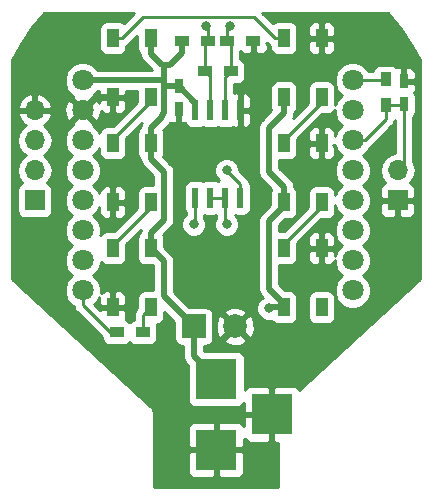
<source format=gtl>
G04 #@! TF.GenerationSoftware,KiCad,Pcbnew,(5.0.0-rc2-206-gf10aa6c85)*
G04 #@! TF.CreationDate,2018-07-11T01:20:15+02:00*
G04 #@! TF.ProjectId,Sp_ka,5370F66B612E6B696361645F70636200,rev?*
G04 #@! TF.SameCoordinates,Original*
G04 #@! TF.FileFunction,Copper,L1,Top,Signal*
G04 #@! TF.FilePolarity,Positive*
%FSLAX46Y46*%
G04 Gerber Fmt 4.6, Leading zero omitted, Abs format (unit mm)*
G04 Created by KiCad (PCBNEW (5.0.0-rc2-206-gf10aa6c85)) date Wed Jul 11 01:20:15 2018*
%MOMM*%
%LPD*%
G01*
G04 APERTURE LIST*
G04 #@! TA.AperFunction,ComponentPad*
%ADD10C,1.800000*%
G04 #@! TD*
G04 #@! TA.AperFunction,ComponentPad*
%ADD11R,3.500000X3.500000*%
G04 #@! TD*
G04 #@! TA.AperFunction,ComponentPad*
%ADD12C,2.000000*%
G04 #@! TD*
G04 #@! TA.AperFunction,ComponentPad*
%ADD13R,2.000000X2.000000*%
G04 #@! TD*
G04 #@! TA.AperFunction,SMDPad,CuDef*
%ADD14R,0.750000X1.200000*%
G04 #@! TD*
G04 #@! TA.AperFunction,SMDPad,CuDef*
%ADD15R,1.000000X1.600000*%
G04 #@! TD*
G04 #@! TA.AperFunction,SMDPad,CuDef*
%ADD16R,1.200000X0.900000*%
G04 #@! TD*
G04 #@! TA.AperFunction,SMDPad,CuDef*
%ADD17R,0.550000X1.750000*%
G04 #@! TD*
G04 #@! TA.AperFunction,SMDPad,CuDef*
%ADD18R,0.900000X1.200000*%
G04 #@! TD*
G04 #@! TA.AperFunction,ComponentPad*
%ADD19R,1.700000X1.700000*%
G04 #@! TD*
G04 #@! TA.AperFunction,ComponentPad*
%ADD20O,1.700000X1.700000*%
G04 #@! TD*
G04 #@! TA.AperFunction,ViaPad*
%ADD21C,0.800000*%
G04 #@! TD*
G04 #@! TA.AperFunction,Conductor*
%ADD22C,0.500000*%
G04 #@! TD*
G04 #@! TA.AperFunction,Conductor*
%ADD23C,0.250000*%
G04 #@! TD*
G04 #@! TA.AperFunction,Conductor*
%ADD24C,0.254000*%
G04 #@! TD*
G04 APERTURE END LIST*
D10*
G04 #@! TO.P,U1,9*
G04 #@! TO.N,Net-(U1-Pad9)*
X147574000Y-122682000D03*
G04 #@! TO.P,U1,10*
G04 #@! TO.N,Net-(U1-Pad10)*
X147574000Y-120142000D03*
G04 #@! TO.P,U1,11*
G04 #@! TO.N,DIR_B*
X147574000Y-117602000D03*
G04 #@! TO.P,U1,12*
G04 #@! TO.N,Net-(R6-Pad1)*
X147574000Y-115062000D03*
G04 #@! TO.P,U1,13*
G04 #@! TO.N,Net-(U1-Pad13)*
X147574000Y-112522000D03*
G04 #@! TO.P,U1,14*
G04 #@! TO.N,Net-(C3-Pad2)*
X147574000Y-109982000D03*
G04 #@! TO.P,U1,15*
G04 #@! TO.N,Net-(U1-Pad15)*
X147574000Y-107442000D03*
G04 #@! TO.P,U1,16*
G04 #@! TO.N,+3V3*
X147574000Y-104902000D03*
G04 #@! TO.P,U1,1*
G04 #@! TO.N,VCC*
X124714000Y-104902000D03*
G04 #@! TO.P,U1,2*
G04 #@! TO.N,GND*
X124714000Y-107442000D03*
G04 #@! TO.P,U1,3*
G04 #@! TO.N,TX_B*
X124714000Y-109982000D03*
G04 #@! TO.P,U1,4*
G04 #@! TO.N,Net-(U1-Pad4)*
X124714000Y-112522000D03*
G04 #@! TO.P,U1,5*
G04 #@! TO.N,Net-(U1-Pad5)*
X124714000Y-115062000D03*
G04 #@! TO.P,U1,6*
G04 #@! TO.N,Net-(U1-Pad6)*
X124714000Y-117602000D03*
G04 #@! TO.P,U1,7*
G04 #@! TO.N,RX*
X124714000Y-120142000D03*
G04 #@! TO.P,U1,8*
G04 #@! TO.N,TX_A*
X124714000Y-122682000D03*
G04 #@! TD*
D11*
G04 #@! TO.P,J1,3*
G04 #@! TO.N,GND*
X140716000Y-133175000D03*
G04 #@! TO.P,J1,2*
X136016000Y-136175000D03*
G04 #@! TO.P,J1,1*
G04 #@! TO.N,VCC*
X136016000Y-130175000D03*
G04 #@! TD*
D12*
G04 #@! TO.P,C1,2*
G04 #@! TO.N,GND*
X137615000Y-125730000D03*
D13*
G04 #@! TO.P,C1,1*
G04 #@! TO.N,VCC*
X134115000Y-125730000D03*
G04 #@! TD*
D14*
G04 #@! TO.P,C2,2*
G04 #@! TO.N,GND*
X132842000Y-107310000D03*
G04 #@! TO.P,C2,1*
G04 #@! TO.N,VCC*
X132842000Y-105410000D03*
G04 #@! TD*
D15*
G04 #@! TO.P,D1,1*
G04 #@! TO.N,VCC*
X130465102Y-119116798D03*
G04 #@! TO.P,D1,2*
G04 #@! TO.N,Net-(D1-Pad2)*
X127265102Y-119116798D03*
G04 #@! TO.P,D1,4*
G04 #@! TO.N,Net-(D1-Pad4)*
X130465102Y-124116798D03*
G04 #@! TO.P,D1,3*
G04 #@! TO.N,GND*
X127265102Y-124116798D03*
G04 #@! TD*
G04 #@! TO.P,D2,1*
G04 #@! TO.N,VCC*
X130465102Y-110226798D03*
G04 #@! TO.P,D2,2*
G04 #@! TO.N,Net-(D2-Pad2)*
X127265102Y-110226798D03*
G04 #@! TO.P,D2,4*
G04 #@! TO.N,Net-(D1-Pad2)*
X130465102Y-115226798D03*
G04 #@! TO.P,D2,3*
G04 #@! TO.N,GND*
X127265102Y-115226798D03*
G04 #@! TD*
G04 #@! TO.P,D3,1*
G04 #@! TO.N,VCC*
X130465102Y-101336798D03*
G04 #@! TO.P,D3,2*
G04 #@! TO.N,Net-(D3-Pad2)*
X127265102Y-101336798D03*
G04 #@! TO.P,D3,4*
G04 #@! TO.N,Net-(D2-Pad2)*
X130465102Y-106336798D03*
G04 #@! TO.P,D3,3*
G04 #@! TO.N,GND*
X127265102Y-106336798D03*
G04 #@! TD*
G04 #@! TO.P,D4,1*
G04 #@! TO.N,VCC*
X141743102Y-106336798D03*
G04 #@! TO.P,D4,2*
G04 #@! TO.N,Net-(D4-Pad2)*
X144943102Y-106336798D03*
G04 #@! TO.P,D4,4*
G04 #@! TO.N,Net-(D3-Pad2)*
X141743102Y-101336798D03*
G04 #@! TO.P,D4,3*
G04 #@! TO.N,GND*
X144943102Y-101336798D03*
G04 #@! TD*
G04 #@! TO.P,D5,1*
G04 #@! TO.N,VCC*
X141743102Y-115226798D03*
G04 #@! TO.P,D5,2*
G04 #@! TO.N,Net-(D5-Pad2)*
X144943102Y-115226798D03*
G04 #@! TO.P,D5,4*
G04 #@! TO.N,Net-(D4-Pad2)*
X141743102Y-110226798D03*
G04 #@! TO.P,D5,3*
G04 #@! TO.N,GND*
X144943102Y-110226798D03*
G04 #@! TD*
G04 #@! TO.P,D6,1*
G04 #@! TO.N,VCC*
X141743102Y-124116798D03*
G04 #@! TO.P,D6,2*
G04 #@! TO.N,Net-(D6-Pad2)*
X144943102Y-124116798D03*
G04 #@! TO.P,D6,4*
G04 #@! TO.N,Net-(D5-Pad2)*
X141743102Y-119116798D03*
G04 #@! TO.P,D6,3*
G04 #@! TO.N,GND*
X144943102Y-119116798D03*
G04 #@! TD*
D16*
G04 #@! TO.P,R1,2*
G04 #@! TO.N,Net-(J2-Pad2)*
X135339000Y-101600000D03*
G04 #@! TO.P,R1,1*
G04 #@! TO.N,VCC*
X133139000Y-101600000D03*
G04 #@! TD*
G04 #@! TO.P,R2,2*
G04 #@! TO.N,Net-(J2-Pad3)*
X137244000Y-104140000D03*
G04 #@! TO.P,R2,1*
G04 #@! TO.N,Net-(J2-Pad2)*
X135044000Y-104140000D03*
G04 #@! TD*
G04 #@! TO.P,R3,2*
G04 #@! TO.N,GND*
X139149000Y-101600000D03*
G04 #@! TO.P,R3,1*
G04 #@! TO.N,Net-(J2-Pad3)*
X136949000Y-101600000D03*
G04 #@! TD*
G04 #@! TO.P,R4,2*
G04 #@! TO.N,TX_A*
X127594000Y-126238000D03*
G04 #@! TO.P,R4,1*
G04 #@! TO.N,Net-(D1-Pad4)*
X129794000Y-126238000D03*
G04 #@! TD*
D17*
G04 #@! TO.P,U2,8*
G04 #@! TO.N,VCC*
X134239000Y-107425000D03*
G04 #@! TO.P,U2,7*
G04 #@! TO.N,Net-(J2-Pad2)*
X135509000Y-107425000D03*
G04 #@! TO.P,U2,6*
G04 #@! TO.N,Net-(J2-Pad3)*
X136779000Y-107425000D03*
G04 #@! TO.P,U2,5*
G04 #@! TO.N,GND*
X138049000Y-107425000D03*
G04 #@! TO.P,U2,4*
G04 #@! TO.N,TX_B*
X138049000Y-114825000D03*
G04 #@! TO.P,U2,3*
G04 #@! TO.N,DIR_B*
X136779000Y-114825000D03*
G04 #@! TO.P,U2,2*
X135509000Y-114825000D03*
G04 #@! TO.P,U2,1*
G04 #@! TO.N,RX*
X134239000Y-114825000D03*
G04 #@! TD*
D14*
G04 #@! TO.P,C3,1*
G04 #@! TO.N,GND*
X151892000Y-104968000D03*
G04 #@! TO.P,C3,2*
G04 #@! TO.N,Net-(C3-Pad2)*
X151892000Y-106868000D03*
G04 #@! TD*
D18*
G04 #@! TO.P,R5,1*
G04 #@! TO.N,+3V3*
X150368000Y-104818000D03*
G04 #@! TO.P,R5,2*
G04 #@! TO.N,Net-(C3-Pad2)*
X150368000Y-107018000D03*
G04 #@! TD*
D19*
G04 #@! TO.P,SW1,1*
G04 #@! TO.N,GND*
X151384000Y-115062000D03*
D20*
G04 #@! TO.P,SW1,2*
G04 #@! TO.N,Net-(C3-Pad2)*
X151384000Y-112522000D03*
G04 #@! TD*
D19*
G04 #@! TO.P,J2,1*
G04 #@! TO.N,VCC*
X120650000Y-115062000D03*
D20*
G04 #@! TO.P,J2,2*
G04 #@! TO.N,Net-(J2-Pad2)*
X120650000Y-112522000D03*
G04 #@! TO.P,J2,3*
G04 #@! TO.N,Net-(J2-Pad3)*
X120650000Y-109982000D03*
G04 #@! TO.P,J2,4*
G04 #@! TO.N,GND*
X120650000Y-107442000D03*
G04 #@! TD*
D21*
G04 #@! TO.N,GND*
X123952000Y-100330000D03*
X120015000Y-104140000D03*
X142875000Y-127000000D03*
X148844000Y-102108000D03*
X151765000Y-120015000D03*
X136652000Y-121412000D03*
X128778000Y-121158000D03*
X139700000Y-105156000D03*
X119126000Y-119380000D03*
X129794000Y-129540000D03*
X144526000Y-112776000D03*
X128270000Y-112268000D03*
X127254000Y-103632000D03*
X139446000Y-115570000D03*
G04 #@! TO.N,VCC*
X140462000Y-124206000D03*
G04 #@! TO.N,Net-(J2-Pad2)*
X135128000Y-100330000D03*
G04 #@! TO.N,Net-(J2-Pad3)*
X137160000Y-100330000D03*
G04 #@! TO.N,RX*
X134112000Y-117094000D03*
G04 #@! TO.N,TX_B*
X136906000Y-112522000D03*
G04 #@! TO.N,DIR_B*
X136906000Y-117094000D03*
G04 #@! TD*
D22*
G04 #@! TO.N,GND*
X125819202Y-106336798D02*
X124714000Y-107442000D01*
X127265102Y-106336798D02*
X125819202Y-106336798D01*
G04 #@! TO.N,VCC*
X130465102Y-102636798D02*
X130465102Y-101336798D01*
X131415103Y-103586799D02*
X130465102Y-102636798D01*
X133139000Y-102550000D02*
X132102201Y-103586799D01*
X133139000Y-101600000D02*
X133139000Y-102550000D01*
X134239000Y-106807000D02*
X132842000Y-105410000D01*
X134239000Y-107425000D02*
X134239000Y-106807000D01*
X141743102Y-124116798D02*
X140551202Y-124116798D01*
X140551202Y-124116798D02*
X140462000Y-124206000D01*
X130465102Y-108926798D02*
X131415103Y-107976797D01*
X130465102Y-110226798D02*
X130465102Y-108926798D01*
X131415103Y-107976797D02*
X131415103Y-107852897D01*
X131415103Y-107852897D02*
X131572000Y-107696000D01*
X132102201Y-103586799D02*
X131572000Y-103586799D01*
X131572000Y-103586799D02*
X131415103Y-103586799D01*
X131967000Y-105410000D02*
X131572000Y-105410000D01*
X132842000Y-105410000D02*
X131967000Y-105410000D01*
X131572000Y-107696000D02*
X131572000Y-105410000D01*
X125986792Y-104902000D02*
X131572000Y-104902000D01*
X124714000Y-104902000D02*
X125986792Y-104902000D01*
X131572000Y-105410000D02*
X131572000Y-104902000D01*
X131572000Y-104902000D02*
X131572000Y-103586799D01*
X134115000Y-128274000D02*
X136016000Y-130175000D01*
X134115000Y-125730000D02*
X134115000Y-128274000D01*
X141743102Y-113926798D02*
X141743102Y-115226798D01*
X140462000Y-112645696D02*
X141743102Y-113926798D01*
X140462000Y-108917900D02*
X140462000Y-112645696D01*
X141743102Y-106336798D02*
X141743102Y-107636798D01*
X141743102Y-107636798D02*
X140462000Y-108917900D01*
X140462000Y-122535696D02*
X141743102Y-123816798D01*
X140462000Y-116807900D02*
X140462000Y-122535696D01*
X141743102Y-115226798D02*
X141743102Y-115526798D01*
X141743102Y-123816798D02*
X141743102Y-124116798D01*
X141743102Y-115526798D02*
X140462000Y-116807900D01*
X131572000Y-112633696D02*
X131572000Y-116709900D01*
X130465102Y-110226798D02*
X130465102Y-111526798D01*
X130465102Y-117816798D02*
X130465102Y-119116798D01*
X131572000Y-116709900D02*
X130465102Y-117816798D01*
X130465102Y-111526798D02*
X131572000Y-112633696D01*
X130465102Y-119116798D02*
X131572000Y-120223696D01*
X131572000Y-123187000D02*
X134115000Y-125730000D01*
X131572000Y-120223696D02*
X131572000Y-123187000D01*
D23*
G04 #@! TO.N,Net-(J2-Pad2)*
X135509000Y-104605000D02*
X135044000Y-104140000D01*
X135509000Y-107425000D02*
X135509000Y-104605000D01*
X135044000Y-101895000D02*
X135339000Y-101600000D01*
X135044000Y-104140000D02*
X135044000Y-101895000D01*
X135339000Y-101600000D02*
X135339000Y-100541000D01*
X135339000Y-100541000D02*
X135128000Y-100330000D01*
G04 #@! TO.N,Net-(J2-Pad3)*
X136779000Y-104605000D02*
X137244000Y-104140000D01*
X136779000Y-107425000D02*
X136779000Y-104605000D01*
X137244000Y-101895000D02*
X136949000Y-101600000D01*
X137244000Y-104140000D02*
X137244000Y-101895000D01*
X136949000Y-101600000D02*
X136949000Y-100541000D01*
X136949000Y-100541000D02*
X137160000Y-100330000D01*
G04 #@! TO.N,TX_A*
X126997208Y-126238000D02*
X127594000Y-126238000D01*
X124714000Y-123954792D02*
X126997208Y-126238000D01*
X124714000Y-122682000D02*
X124714000Y-123954792D01*
G04 #@! TO.N,Net-(D1-Pad4)*
X129794000Y-124787900D02*
X130465102Y-124116798D01*
X129794000Y-126238000D02*
X129794000Y-124787900D01*
G04 #@! TO.N,RX*
X134239000Y-114825000D02*
X134239000Y-116967000D01*
X134239000Y-116967000D02*
X134112000Y-117094000D01*
G04 #@! TO.N,TX_B*
X138049000Y-113700000D02*
X137125000Y-112776000D01*
X138049000Y-114825000D02*
X138049000Y-113700000D01*
X137125000Y-112776000D02*
X137125000Y-112741000D01*
X137125000Y-112741000D02*
X136906000Y-112522000D01*
G04 #@! TO.N,DIR_B*
X135509000Y-114825000D02*
X136779000Y-114825000D01*
X136779000Y-114825000D02*
X136779000Y-116967000D01*
X136779000Y-116967000D02*
X136906000Y-117094000D01*
G04 #@! TO.N,Net-(D1-Pad2)*
X130465102Y-115616798D02*
X130465102Y-115226798D01*
X127265102Y-118816798D02*
X130465102Y-115616798D01*
X127265102Y-119116798D02*
X127265102Y-118816798D01*
G04 #@! TO.N,Net-(D2-Pad2)*
X130465102Y-106636798D02*
X130465102Y-106336798D01*
X127265102Y-109836798D02*
X130465102Y-106636798D01*
X127265102Y-110226798D02*
X127265102Y-109836798D01*
G04 #@! TO.N,Net-(D3-Pad2)*
X140993102Y-101336798D02*
X139224304Y-99568000D01*
X141743102Y-101336798D02*
X140993102Y-101336798D01*
X128015102Y-101336798D02*
X127265102Y-101336798D01*
X129783900Y-99568000D02*
X128015102Y-101336798D01*
X139224304Y-99568000D02*
X129783900Y-99568000D01*
G04 #@! TO.N,Net-(D4-Pad2)*
X144943102Y-106726798D02*
X144943102Y-106336798D01*
X141743102Y-109926798D02*
X144943102Y-106726798D01*
X141743102Y-110226798D02*
X141743102Y-109926798D01*
G04 #@! TO.N,Net-(D5-Pad2)*
X141743102Y-118726798D02*
X144943102Y-115526798D01*
X144943102Y-115526798D02*
X144943102Y-115226798D01*
X141743102Y-119116798D02*
X141743102Y-118726798D01*
G04 #@! TO.N,Net-(C3-Pad2)*
X151742000Y-107018000D02*
X151892000Y-106868000D01*
X150368000Y-107018000D02*
X151742000Y-107018000D01*
X151892000Y-112014000D02*
X151384000Y-112522000D01*
X151892000Y-106868000D02*
X151892000Y-109982000D01*
X151892000Y-109982000D02*
X151892000Y-112014000D01*
X148590000Y-109982000D02*
X147574000Y-109982000D01*
X150368000Y-107018000D02*
X150368000Y-108204000D01*
X150368000Y-108204000D02*
X148590000Y-109982000D01*
G04 #@! TO.N,+3V3*
X150284000Y-104902000D02*
X150368000Y-104818000D01*
X147574000Y-104902000D02*
X150284000Y-104902000D01*
G04 #@! TD*
D24*
G04 #@! TO.N,GND*
G36*
X128208044Y-100069055D02*
X128012867Y-99938641D01*
X127765102Y-99889358D01*
X126765102Y-99889358D01*
X126517337Y-99938641D01*
X126307293Y-100078989D01*
X126166945Y-100289033D01*
X126117662Y-100536798D01*
X126117662Y-102136798D01*
X126166945Y-102384563D01*
X126307293Y-102594607D01*
X126517337Y-102734955D01*
X126765102Y-102784238D01*
X127765102Y-102784238D01*
X128012867Y-102734955D01*
X128222911Y-102594607D01*
X128363259Y-102384563D01*
X128412542Y-102136798D01*
X128412542Y-101985281D01*
X128563031Y-101884727D01*
X128605433Y-101821268D01*
X129317662Y-101109039D01*
X129317662Y-102136798D01*
X129366945Y-102384563D01*
X129507293Y-102594607D01*
X129563665Y-102632274D01*
X129562765Y-102636798D01*
X129580102Y-102723959D01*
X129580102Y-102723962D01*
X129631450Y-102982107D01*
X129827053Y-103274847D01*
X129900949Y-103324223D01*
X130593725Y-104017000D01*
X125999817Y-104017000D01*
X125583507Y-103600690D01*
X125019330Y-103367000D01*
X124408670Y-103367000D01*
X123844493Y-103600690D01*
X123412690Y-104032493D01*
X123179000Y-104596670D01*
X123179000Y-105207330D01*
X123412690Y-105771507D01*
X123844493Y-106203310D01*
X123864115Y-106211438D01*
X123813446Y-106361841D01*
X124714000Y-107262395D01*
X125614554Y-106361841D01*
X125563885Y-106211438D01*
X125583507Y-106203310D01*
X125999817Y-105787000D01*
X126130102Y-105787000D01*
X126130102Y-106051048D01*
X126288852Y-106209798D01*
X127138102Y-106209798D01*
X127138102Y-106189798D01*
X127392102Y-106189798D01*
X127392102Y-106209798D01*
X128241352Y-106209798D01*
X128400102Y-106051048D01*
X128400102Y-105787000D01*
X129317662Y-105787000D01*
X129317662Y-106709435D01*
X127247741Y-108779358D01*
X126765102Y-108779358D01*
X126517337Y-108828641D01*
X126307293Y-108968989D01*
X126166945Y-109179033D01*
X126126693Y-109381395D01*
X126015310Y-109112493D01*
X125583507Y-108680690D01*
X125563885Y-108672562D01*
X125614554Y-108522159D01*
X124714000Y-107621605D01*
X123813446Y-108522159D01*
X123864115Y-108672562D01*
X123844493Y-108680690D01*
X123412690Y-109112493D01*
X123179000Y-109676670D01*
X123179000Y-110287330D01*
X123412690Y-110851507D01*
X123813183Y-111252000D01*
X123412690Y-111652493D01*
X123179000Y-112216670D01*
X123179000Y-112827330D01*
X123412690Y-113391507D01*
X123813183Y-113792000D01*
X123412690Y-114192493D01*
X123179000Y-114756670D01*
X123179000Y-115367330D01*
X123412690Y-115931507D01*
X123813183Y-116332000D01*
X123412690Y-116732493D01*
X123179000Y-117296670D01*
X123179000Y-117907330D01*
X123412690Y-118471507D01*
X123813183Y-118872000D01*
X123412690Y-119272493D01*
X123179000Y-119836670D01*
X123179000Y-120447330D01*
X123412690Y-121011507D01*
X123813183Y-121412000D01*
X123412690Y-121812493D01*
X123179000Y-122376670D01*
X123179000Y-122987330D01*
X123412690Y-123551507D01*
X123844493Y-123983310D01*
X123953790Y-124028582D01*
X123954001Y-124029644D01*
X123998097Y-124251329D01*
X124166072Y-124502721D01*
X124229528Y-124545121D01*
X126346560Y-126662154D01*
X126346560Y-126688000D01*
X126395843Y-126935765D01*
X126536191Y-127145809D01*
X126746235Y-127286157D01*
X126994000Y-127335440D01*
X128194000Y-127335440D01*
X128441765Y-127286157D01*
X128651809Y-127145809D01*
X128694000Y-127082666D01*
X128736191Y-127145809D01*
X128946235Y-127286157D01*
X129194000Y-127335440D01*
X130394000Y-127335440D01*
X130641765Y-127286157D01*
X130851809Y-127145809D01*
X130992157Y-126935765D01*
X131041440Y-126688000D01*
X131041440Y-125788000D01*
X130995720Y-125558148D01*
X131212867Y-125514955D01*
X131422911Y-125374607D01*
X131563259Y-125164563D01*
X131612542Y-124916798D01*
X131612542Y-124479120D01*
X132467560Y-125334139D01*
X132467560Y-126730000D01*
X132516843Y-126977765D01*
X132657191Y-127187809D01*
X132867235Y-127328157D01*
X133115000Y-127377440D01*
X133230001Y-127377440D01*
X133230001Y-128186835D01*
X133212663Y-128274000D01*
X133281348Y-128619309D01*
X133427576Y-128838154D01*
X133427578Y-128838156D01*
X133476952Y-128912049D01*
X133550845Y-128961423D01*
X133618560Y-129029138D01*
X133618560Y-131925000D01*
X133667843Y-132172765D01*
X133808191Y-132382809D01*
X134018235Y-132523157D01*
X134266000Y-132572440D01*
X137766000Y-132572440D01*
X138013765Y-132523157D01*
X138223809Y-132382809D01*
X138331000Y-132222388D01*
X138331000Y-132889250D01*
X138489750Y-133048000D01*
X140589000Y-133048000D01*
X140589000Y-130948750D01*
X140430250Y-130790000D01*
X138839690Y-130790000D01*
X138606301Y-130886673D01*
X138427673Y-131065302D01*
X138413440Y-131099663D01*
X138413440Y-128425000D01*
X138364157Y-128177235D01*
X138223809Y-127967191D01*
X138013765Y-127826843D01*
X137766000Y-127777560D01*
X135000000Y-127777560D01*
X135000000Y-127377440D01*
X135115000Y-127377440D01*
X135362765Y-127328157D01*
X135572809Y-127187809D01*
X135713157Y-126977765D01*
X135732099Y-126882532D01*
X136642073Y-126882532D01*
X136740736Y-127149387D01*
X137350461Y-127375908D01*
X138000460Y-127351856D01*
X138489264Y-127149387D01*
X138587927Y-126882532D01*
X137615000Y-125909605D01*
X136642073Y-126882532D01*
X135732099Y-126882532D01*
X135762440Y-126730000D01*
X135762440Y-125465461D01*
X135969092Y-125465461D01*
X135993144Y-126115460D01*
X136195613Y-126604264D01*
X136462468Y-126702927D01*
X137435395Y-125730000D01*
X137794605Y-125730000D01*
X138767532Y-126702927D01*
X139034387Y-126604264D01*
X139260908Y-125994539D01*
X139236856Y-125344540D01*
X139034387Y-124855736D01*
X138767532Y-124757073D01*
X137794605Y-125730000D01*
X137435395Y-125730000D01*
X136462468Y-124757073D01*
X136195613Y-124855736D01*
X135969092Y-125465461D01*
X135762440Y-125465461D01*
X135762440Y-124730000D01*
X135732100Y-124577468D01*
X136642073Y-124577468D01*
X137615000Y-125550395D01*
X138587927Y-124577468D01*
X138489264Y-124310613D01*
X137879539Y-124084092D01*
X137229540Y-124108144D01*
X136740736Y-124310613D01*
X136642073Y-124577468D01*
X135732100Y-124577468D01*
X135713157Y-124482235D01*
X135572809Y-124272191D01*
X135362765Y-124131843D01*
X135115000Y-124082560D01*
X133719139Y-124082560D01*
X133636705Y-124000126D01*
X139427000Y-124000126D01*
X139427000Y-124411874D01*
X139584569Y-124792280D01*
X139875720Y-125083431D01*
X140256126Y-125241000D01*
X140667874Y-125241000D01*
X140689918Y-125231869D01*
X140785293Y-125374607D01*
X140995337Y-125514955D01*
X141243102Y-125564238D01*
X142243102Y-125564238D01*
X142490867Y-125514955D01*
X142700911Y-125374607D01*
X142841259Y-125164563D01*
X142890542Y-124916798D01*
X142890542Y-123316798D01*
X143795662Y-123316798D01*
X143795662Y-124916798D01*
X143844945Y-125164563D01*
X143985293Y-125374607D01*
X144195337Y-125514955D01*
X144443102Y-125564238D01*
X145443102Y-125564238D01*
X145690867Y-125514955D01*
X145900911Y-125374607D01*
X146041259Y-125164563D01*
X146090542Y-124916798D01*
X146090542Y-123316798D01*
X146041259Y-123069033D01*
X145900911Y-122858989D01*
X145690867Y-122718641D01*
X145443102Y-122669358D01*
X144443102Y-122669358D01*
X144195337Y-122718641D01*
X143985293Y-122858989D01*
X143844945Y-123069033D01*
X143795662Y-123316798D01*
X142890542Y-123316798D01*
X142841259Y-123069033D01*
X142700911Y-122858989D01*
X142490867Y-122718641D01*
X142243102Y-122669358D01*
X141847241Y-122669358D01*
X141347000Y-122169118D01*
X141347000Y-120564238D01*
X142243102Y-120564238D01*
X142490867Y-120514955D01*
X142700911Y-120374607D01*
X142841259Y-120164563D01*
X142890542Y-119916798D01*
X142890542Y-119402548D01*
X143808102Y-119402548D01*
X143808102Y-120043107D01*
X143904775Y-120276496D01*
X144083403Y-120455125D01*
X144316792Y-120551798D01*
X144657352Y-120551798D01*
X144816102Y-120393048D01*
X144816102Y-119243798D01*
X143966852Y-119243798D01*
X143808102Y-119402548D01*
X142890542Y-119402548D01*
X142890542Y-118654159D01*
X143354212Y-118190489D01*
X143808102Y-118190489D01*
X143808102Y-118831048D01*
X143966852Y-118989798D01*
X144816102Y-118989798D01*
X144816102Y-117840548D01*
X145070102Y-117840548D01*
X145070102Y-118989798D01*
X145919352Y-118989798D01*
X146078102Y-118831048D01*
X146078102Y-118190489D01*
X145981429Y-117957100D01*
X145802801Y-117778471D01*
X145569412Y-117681798D01*
X145228852Y-117681798D01*
X145070102Y-117840548D01*
X144816102Y-117840548D01*
X144657352Y-117681798D01*
X144316792Y-117681798D01*
X144083403Y-117778471D01*
X143904775Y-117957100D01*
X143808102Y-118190489D01*
X143354212Y-118190489D01*
X144870465Y-116674238D01*
X145443102Y-116674238D01*
X145690867Y-116624955D01*
X145900911Y-116484607D01*
X146041259Y-116274563D01*
X146090542Y-116026798D01*
X146090542Y-115491763D01*
X146272690Y-115931507D01*
X146673183Y-116332000D01*
X146272690Y-116732493D01*
X146039000Y-117296670D01*
X146039000Y-117907330D01*
X146272690Y-118471507D01*
X146673183Y-118872000D01*
X146272690Y-119272493D01*
X146078102Y-119742270D01*
X146078102Y-119402548D01*
X145919352Y-119243798D01*
X145070102Y-119243798D01*
X145070102Y-120393048D01*
X145228852Y-120551798D01*
X145569412Y-120551798D01*
X145802801Y-120455125D01*
X145981429Y-120276496D01*
X146039000Y-120137507D01*
X146039000Y-120447330D01*
X146272690Y-121011507D01*
X146673183Y-121412000D01*
X146272690Y-121812493D01*
X146039000Y-122376670D01*
X146039000Y-122987330D01*
X146272690Y-123551507D01*
X146704493Y-123983310D01*
X147268670Y-124217000D01*
X147879330Y-124217000D01*
X148443507Y-123983310D01*
X148875310Y-123551507D01*
X149109000Y-122987330D01*
X149109000Y-122376670D01*
X148875310Y-121812493D01*
X148474817Y-121412000D01*
X148875310Y-121011507D01*
X149109000Y-120447330D01*
X149109000Y-119836670D01*
X148875310Y-119272493D01*
X148474817Y-118872000D01*
X148875310Y-118471507D01*
X149109000Y-117907330D01*
X149109000Y-117296670D01*
X148875310Y-116732493D01*
X148474817Y-116332000D01*
X148875310Y-115931507D01*
X149109000Y-115367330D01*
X149109000Y-115347750D01*
X149899000Y-115347750D01*
X149899000Y-116038310D01*
X149995673Y-116271699D01*
X150174302Y-116450327D01*
X150407691Y-116547000D01*
X151098250Y-116547000D01*
X151257000Y-116388250D01*
X151257000Y-115189000D01*
X151511000Y-115189000D01*
X151511000Y-116388250D01*
X151669750Y-116547000D01*
X152360309Y-116547000D01*
X152593698Y-116450327D01*
X152772327Y-116271699D01*
X152869000Y-116038310D01*
X152869000Y-115347750D01*
X152710250Y-115189000D01*
X151511000Y-115189000D01*
X151257000Y-115189000D01*
X150057750Y-115189000D01*
X149899000Y-115347750D01*
X149109000Y-115347750D01*
X149109000Y-114756670D01*
X148875310Y-114192493D01*
X148474817Y-113792000D01*
X148875310Y-113391507D01*
X149109000Y-112827330D01*
X149109000Y-112216670D01*
X148875310Y-111652493D01*
X148474817Y-111252000D01*
X148875310Y-110851507D01*
X148958986Y-110649495D01*
X149137929Y-110529929D01*
X149180331Y-110466470D01*
X150852473Y-108794329D01*
X150915929Y-108751929D01*
X151007525Y-108614846D01*
X151083904Y-108500538D01*
X151106637Y-108386250D01*
X151128000Y-108278852D01*
X151128000Y-108278848D01*
X151132000Y-108258736D01*
X151132001Y-109907144D01*
X151132000Y-109907149D01*
X151132001Y-111058034D01*
X150804582Y-111123161D01*
X150313375Y-111451375D01*
X149985161Y-111942582D01*
X149869908Y-112522000D01*
X149985161Y-113101418D01*
X150313375Y-113592625D01*
X150335033Y-113607096D01*
X150174302Y-113673673D01*
X149995673Y-113852301D01*
X149899000Y-114085690D01*
X149899000Y-114776250D01*
X150057750Y-114935000D01*
X151257000Y-114935000D01*
X151257000Y-114915000D01*
X151511000Y-114915000D01*
X151511000Y-114935000D01*
X152710250Y-114935000D01*
X152869000Y-114776250D01*
X152869000Y-114085690D01*
X152772327Y-113852301D01*
X152593698Y-113673673D01*
X152432967Y-113607096D01*
X152454625Y-113592625D01*
X152782839Y-113101418D01*
X152898092Y-112522000D01*
X152782839Y-111942582D01*
X152652000Y-111746768D01*
X152652000Y-107974459D01*
X152724809Y-107925809D01*
X152865157Y-107715765D01*
X152914440Y-107468000D01*
X152914440Y-106268000D01*
X152865157Y-106020235D01*
X152804127Y-105928898D01*
X152805327Y-105927698D01*
X152902000Y-105694309D01*
X152902000Y-105253750D01*
X152743250Y-105095000D01*
X152019000Y-105095000D01*
X152019000Y-105115000D01*
X151765000Y-105115000D01*
X151765000Y-105095000D01*
X151745000Y-105095000D01*
X151745000Y-104841000D01*
X151765000Y-104841000D01*
X151765000Y-103891750D01*
X152019000Y-103891750D01*
X152019000Y-104841000D01*
X152743250Y-104841000D01*
X152902000Y-104682250D01*
X152902000Y-104241691D01*
X152805327Y-104008302D01*
X152626699Y-103829673D01*
X152393310Y-103733000D01*
X152177750Y-103733000D01*
X152019000Y-103891750D01*
X151765000Y-103891750D01*
X151606250Y-103733000D01*
X151390690Y-103733000D01*
X151286482Y-103776164D01*
X151275809Y-103760191D01*
X151065765Y-103619843D01*
X150818000Y-103570560D01*
X149918000Y-103570560D01*
X149670235Y-103619843D01*
X149460191Y-103760191D01*
X149319843Y-103970235D01*
X149285677Y-104142000D01*
X148920669Y-104142000D01*
X148875310Y-104032493D01*
X148443507Y-103600690D01*
X147879330Y-103367000D01*
X147268670Y-103367000D01*
X146704493Y-103600690D01*
X146272690Y-104032493D01*
X146039000Y-104596670D01*
X146039000Y-105207330D01*
X146272690Y-105771507D01*
X146673183Y-106172000D01*
X146272690Y-106572493D01*
X146090542Y-107012237D01*
X146090542Y-105536798D01*
X146041259Y-105289033D01*
X145900911Y-105078989D01*
X145690867Y-104938641D01*
X145443102Y-104889358D01*
X144443102Y-104889358D01*
X144195337Y-104938641D01*
X143985293Y-105078989D01*
X143844945Y-105289033D01*
X143795662Y-105536798D01*
X143795662Y-106799435D01*
X142503786Y-108091313D01*
X142576754Y-107982108D01*
X142578580Y-107972929D01*
X142628102Y-107723963D01*
X142628102Y-107723959D01*
X142645439Y-107636798D01*
X142644539Y-107632274D01*
X142700911Y-107594607D01*
X142841259Y-107384563D01*
X142890542Y-107136798D01*
X142890542Y-105536798D01*
X142841259Y-105289033D01*
X142700911Y-105078989D01*
X142490867Y-104938641D01*
X142243102Y-104889358D01*
X141243102Y-104889358D01*
X140995337Y-104938641D01*
X140785293Y-105078989D01*
X140644945Y-105289033D01*
X140595662Y-105536798D01*
X140595662Y-107136798D01*
X140644945Y-107384563D01*
X140684524Y-107443797D01*
X139897847Y-108230475D01*
X139823951Y-108279851D01*
X139628348Y-108572591D01*
X139577000Y-108830736D01*
X139577000Y-108830739D01*
X139559663Y-108917900D01*
X139577000Y-109005061D01*
X139577001Y-112558531D01*
X139559663Y-112645696D01*
X139628348Y-112991005D01*
X139774576Y-113209850D01*
X139774578Y-113209852D01*
X139823952Y-113283745D01*
X139897845Y-113333119D01*
X140684524Y-114119799D01*
X140644945Y-114179033D01*
X140595662Y-114426798D01*
X140595662Y-115422659D01*
X139897847Y-116120475D01*
X139823951Y-116169851D01*
X139628348Y-116462591D01*
X139577000Y-116720736D01*
X139577000Y-116720739D01*
X139559663Y-116807900D01*
X139577000Y-116895061D01*
X139577001Y-122448531D01*
X139559663Y-122535696D01*
X139628348Y-122881005D01*
X139774576Y-123099850D01*
X139774578Y-123099852D01*
X139823952Y-123173745D01*
X139897845Y-123223119D01*
X139965929Y-123291203D01*
X139875720Y-123328569D01*
X139584569Y-123619720D01*
X139427000Y-124000126D01*
X133636705Y-124000126D01*
X132457000Y-122820422D01*
X132457000Y-120310855D01*
X132474337Y-120223695D01*
X132457000Y-120136535D01*
X132457000Y-120136531D01*
X132405652Y-119878386D01*
X132210049Y-119585647D01*
X132136156Y-119536273D01*
X131612542Y-119012660D01*
X131612542Y-118316798D01*
X131563259Y-118069033D01*
X131523680Y-118009799D01*
X132136156Y-117397323D01*
X132210049Y-117347949D01*
X132405652Y-117055210D01*
X132438886Y-116888126D01*
X133077000Y-116888126D01*
X133077000Y-117299874D01*
X133234569Y-117680280D01*
X133525720Y-117971431D01*
X133906126Y-118129000D01*
X134317874Y-118129000D01*
X134698280Y-117971431D01*
X134989431Y-117680280D01*
X135147000Y-117299874D01*
X135147000Y-116888126D01*
X134999000Y-116530822D01*
X134999000Y-116300696D01*
X135234000Y-116347440D01*
X135784000Y-116347440D01*
X136019001Y-116300696D01*
X136019001Y-116530820D01*
X135871000Y-116888126D01*
X135871000Y-117299874D01*
X136028569Y-117680280D01*
X136319720Y-117971431D01*
X136700126Y-118129000D01*
X137111874Y-118129000D01*
X137492280Y-117971431D01*
X137783431Y-117680280D01*
X137941000Y-117299874D01*
X137941000Y-116888126D01*
X137783431Y-116507720D01*
X137585695Y-116309984D01*
X137774000Y-116347440D01*
X138324000Y-116347440D01*
X138571765Y-116298157D01*
X138781809Y-116157809D01*
X138922157Y-115947765D01*
X138971440Y-115700000D01*
X138971440Y-113950000D01*
X138922157Y-113702235D01*
X138782869Y-113493777D01*
X138764904Y-113403463D01*
X138688375Y-113288929D01*
X138639329Y-113215526D01*
X138639327Y-113215524D01*
X138596929Y-113152071D01*
X138533475Y-113109673D01*
X137941000Y-112517198D01*
X137941000Y-112316126D01*
X137783431Y-111935720D01*
X137492280Y-111644569D01*
X137111874Y-111487000D01*
X136700126Y-111487000D01*
X136319720Y-111644569D01*
X136028569Y-111935720D01*
X135871000Y-112316126D01*
X135871000Y-112727874D01*
X136028569Y-113108280D01*
X136269495Y-113349206D01*
X136256235Y-113351843D01*
X136144000Y-113426837D01*
X136031765Y-113351843D01*
X135784000Y-113302560D01*
X135234000Y-113302560D01*
X134986235Y-113351843D01*
X134874000Y-113426837D01*
X134761765Y-113351843D01*
X134514000Y-113302560D01*
X133964000Y-113302560D01*
X133716235Y-113351843D01*
X133506191Y-113492191D01*
X133365843Y-113702235D01*
X133316560Y-113950000D01*
X133316560Y-115700000D01*
X133365843Y-115947765D01*
X133479001Y-116117116D01*
X133479001Y-116263288D01*
X133234569Y-116507720D01*
X133077000Y-116888126D01*
X132438886Y-116888126D01*
X132457000Y-116797065D01*
X132457000Y-116797061D01*
X132474337Y-116709901D01*
X132457000Y-116622741D01*
X132457000Y-112720855D01*
X132474337Y-112633695D01*
X132457000Y-112546535D01*
X132457000Y-112546531D01*
X132405652Y-112288386D01*
X132210049Y-111995647D01*
X132136156Y-111946273D01*
X131523680Y-111333797D01*
X131563259Y-111274563D01*
X131612542Y-111026798D01*
X131612542Y-109426798D01*
X131563259Y-109179033D01*
X131523680Y-109119799D01*
X131979259Y-108664220D01*
X132053152Y-108614846D01*
X132102949Y-108540321D01*
X132152036Y-108466857D01*
X132340690Y-108545000D01*
X132556250Y-108545000D01*
X132715000Y-108386250D01*
X132715000Y-107437000D01*
X132695000Y-107437000D01*
X132695000Y-107183000D01*
X132715000Y-107183000D01*
X132715000Y-107163000D01*
X132969000Y-107163000D01*
X132969000Y-107183000D01*
X132989000Y-107183000D01*
X132989000Y-107437000D01*
X132969000Y-107437000D01*
X132969000Y-108386250D01*
X133127750Y-108545000D01*
X133343310Y-108545000D01*
X133363620Y-108536587D01*
X133365843Y-108547765D01*
X133506191Y-108757809D01*
X133716235Y-108898157D01*
X133964000Y-108947440D01*
X134514000Y-108947440D01*
X134761765Y-108898157D01*
X134874000Y-108823163D01*
X134986235Y-108898157D01*
X135234000Y-108947440D01*
X135784000Y-108947440D01*
X136031765Y-108898157D01*
X136144000Y-108823163D01*
X136256235Y-108898157D01*
X136504000Y-108947440D01*
X137054000Y-108947440D01*
X137301765Y-108898157D01*
X137405091Y-108829117D01*
X137414301Y-108838327D01*
X137647690Y-108935000D01*
X137763250Y-108935000D01*
X137922000Y-108776250D01*
X137922000Y-107552000D01*
X138176000Y-107552000D01*
X138176000Y-108776250D01*
X138334750Y-108935000D01*
X138450310Y-108935000D01*
X138683699Y-108838327D01*
X138862327Y-108659698D01*
X138959000Y-108426309D01*
X138959000Y-107710750D01*
X138800250Y-107552000D01*
X138176000Y-107552000D01*
X137922000Y-107552000D01*
X137902000Y-107552000D01*
X137902000Y-107298000D01*
X137922000Y-107298000D01*
X137922000Y-106073750D01*
X138176000Y-106073750D01*
X138176000Y-107298000D01*
X138800250Y-107298000D01*
X138959000Y-107139250D01*
X138959000Y-106423691D01*
X138862327Y-106190302D01*
X138683699Y-106011673D01*
X138450310Y-105915000D01*
X138334750Y-105915000D01*
X138176000Y-106073750D01*
X137922000Y-106073750D01*
X137763250Y-105915000D01*
X137647690Y-105915000D01*
X137539000Y-105960021D01*
X137539000Y-105237440D01*
X137844000Y-105237440D01*
X138091765Y-105188157D01*
X138301809Y-105047809D01*
X138442157Y-104837765D01*
X138491440Y-104590000D01*
X138491440Y-103690000D01*
X138442157Y-103442235D01*
X138301809Y-103232191D01*
X138091765Y-103091843D01*
X138004000Y-103074386D01*
X138004000Y-102509686D01*
X138006809Y-102507809D01*
X138047654Y-102446680D01*
X138189302Y-102588327D01*
X138422691Y-102685000D01*
X138863250Y-102685000D01*
X139022000Y-102526250D01*
X139022000Y-101727000D01*
X139002000Y-101727000D01*
X139002000Y-101473000D01*
X139022000Y-101473000D01*
X139022000Y-101453000D01*
X139276000Y-101453000D01*
X139276000Y-101473000D01*
X139296000Y-101473000D01*
X139296000Y-101727000D01*
X139276000Y-101727000D01*
X139276000Y-102526250D01*
X139434750Y-102685000D01*
X139875309Y-102685000D01*
X140108698Y-102588327D01*
X140287327Y-102409699D01*
X140384000Y-102176310D01*
X140384000Y-101885750D01*
X140225252Y-101727002D01*
X140308504Y-101727002D01*
X140402773Y-101821271D01*
X140445173Y-101884727D01*
X140595662Y-101985281D01*
X140595662Y-102136798D01*
X140644945Y-102384563D01*
X140785293Y-102594607D01*
X140995337Y-102734955D01*
X141243102Y-102784238D01*
X142243102Y-102784238D01*
X142490867Y-102734955D01*
X142700911Y-102594607D01*
X142841259Y-102384563D01*
X142890542Y-102136798D01*
X142890542Y-101622548D01*
X143808102Y-101622548D01*
X143808102Y-102263107D01*
X143904775Y-102496496D01*
X144083403Y-102675125D01*
X144316792Y-102771798D01*
X144657352Y-102771798D01*
X144816102Y-102613048D01*
X144816102Y-101463798D01*
X145070102Y-101463798D01*
X145070102Y-102613048D01*
X145228852Y-102771798D01*
X145569412Y-102771798D01*
X145802801Y-102675125D01*
X145981429Y-102496496D01*
X146078102Y-102263107D01*
X146078102Y-101622548D01*
X145919352Y-101463798D01*
X145070102Y-101463798D01*
X144816102Y-101463798D01*
X143966852Y-101463798D01*
X143808102Y-101622548D01*
X142890542Y-101622548D01*
X142890542Y-100536798D01*
X142865418Y-100410489D01*
X143808102Y-100410489D01*
X143808102Y-101051048D01*
X143966852Y-101209798D01*
X144816102Y-101209798D01*
X144816102Y-100060548D01*
X145070102Y-100060548D01*
X145070102Y-101209798D01*
X145919352Y-101209798D01*
X146078102Y-101051048D01*
X146078102Y-100410489D01*
X145981429Y-100177100D01*
X145802801Y-99998471D01*
X145569412Y-99901798D01*
X145228852Y-99901798D01*
X145070102Y-100060548D01*
X144816102Y-100060548D01*
X144657352Y-99901798D01*
X144316792Y-99901798D01*
X144083403Y-99998471D01*
X143904775Y-100177100D01*
X143808102Y-100410489D01*
X142865418Y-100410489D01*
X142841259Y-100289033D01*
X142700911Y-100078989D01*
X142490867Y-99938641D01*
X142243102Y-99889358D01*
X141243102Y-99889358D01*
X140995337Y-99938641D01*
X140800160Y-100069055D01*
X139918105Y-99187000D01*
X150583834Y-99187000D01*
X150599511Y-99203357D01*
X151679258Y-100551826D01*
X152635945Y-101992577D01*
X153290000Y-103182300D01*
X153290001Y-121687669D01*
X143019609Y-131102196D01*
X143004327Y-131065302D01*
X142825699Y-130886673D01*
X142592310Y-130790000D01*
X141001750Y-130790000D01*
X140843000Y-130948750D01*
X140843000Y-133048000D01*
X141289017Y-133048000D01*
X141290001Y-133054384D01*
X141290001Y-133302000D01*
X140843000Y-133302000D01*
X140843000Y-135401250D01*
X141001750Y-135560000D01*
X141290001Y-135560000D01*
X141290000Y-139290000D01*
X130710000Y-139290000D01*
X130710000Y-136460750D01*
X133631000Y-136460750D01*
X133631000Y-138051309D01*
X133727673Y-138284698D01*
X133906301Y-138463327D01*
X134139690Y-138560000D01*
X135730250Y-138560000D01*
X135889000Y-138401250D01*
X135889000Y-136302000D01*
X136143000Y-136302000D01*
X136143000Y-138401250D01*
X136301750Y-138560000D01*
X137892310Y-138560000D01*
X138125699Y-138463327D01*
X138304327Y-138284698D01*
X138401000Y-138051309D01*
X138401000Y-136460750D01*
X138242250Y-136302000D01*
X136143000Y-136302000D01*
X135889000Y-136302000D01*
X133789750Y-136302000D01*
X133631000Y-136460750D01*
X130710000Y-136460750D01*
X130710000Y-134298691D01*
X133631000Y-134298691D01*
X133631000Y-135889250D01*
X133789750Y-136048000D01*
X135889000Y-136048000D01*
X135889000Y-133948750D01*
X136143000Y-133948750D01*
X136143000Y-136048000D01*
X138242250Y-136048000D01*
X138401000Y-135889250D01*
X138401000Y-135220304D01*
X138427673Y-135284698D01*
X138606301Y-135463327D01*
X138839690Y-135560000D01*
X140430250Y-135560000D01*
X140589000Y-135401250D01*
X140589000Y-133302000D01*
X138489750Y-133302000D01*
X138331000Y-133460750D01*
X138331000Y-134129696D01*
X138304327Y-134065302D01*
X138125699Y-133886673D01*
X137892310Y-133790000D01*
X136301750Y-133790000D01*
X136143000Y-133948750D01*
X135889000Y-133948750D01*
X135730250Y-133790000D01*
X134139690Y-133790000D01*
X133906301Y-133886673D01*
X133727673Y-134065302D01*
X133631000Y-134298691D01*
X130710000Y-134298691D01*
X130710000Y-133054381D01*
X130723226Y-132968555D01*
X130693347Y-132846355D01*
X130668805Y-132722972D01*
X130659933Y-132709694D01*
X130656140Y-132694182D01*
X130581763Y-132592705D01*
X130511880Y-132488119D01*
X130439682Y-132439878D01*
X118710000Y-121687670D01*
X118710000Y-109982000D01*
X119135908Y-109982000D01*
X119251161Y-110561418D01*
X119579375Y-111052625D01*
X119877761Y-111252000D01*
X119579375Y-111451375D01*
X119251161Y-111942582D01*
X119135908Y-112522000D01*
X119251161Y-113101418D01*
X119579375Y-113592625D01*
X119597619Y-113604816D01*
X119552235Y-113613843D01*
X119342191Y-113754191D01*
X119201843Y-113964235D01*
X119152560Y-114212000D01*
X119152560Y-115912000D01*
X119201843Y-116159765D01*
X119342191Y-116369809D01*
X119552235Y-116510157D01*
X119800000Y-116559440D01*
X121500000Y-116559440D01*
X121747765Y-116510157D01*
X121957809Y-116369809D01*
X122098157Y-116159765D01*
X122147440Y-115912000D01*
X122147440Y-114212000D01*
X122098157Y-113964235D01*
X121957809Y-113754191D01*
X121747765Y-113613843D01*
X121702381Y-113604816D01*
X121720625Y-113592625D01*
X122048839Y-113101418D01*
X122164092Y-112522000D01*
X122048839Y-111942582D01*
X121720625Y-111451375D01*
X121422239Y-111252000D01*
X121720625Y-111052625D01*
X122048839Y-110561418D01*
X122164092Y-109982000D01*
X122048839Y-109402582D01*
X121720625Y-108911375D01*
X121401522Y-108698157D01*
X121531358Y-108637183D01*
X121921645Y-108208924D01*
X122091476Y-107798890D01*
X121970155Y-107569000D01*
X120777000Y-107569000D01*
X120777000Y-107589000D01*
X120523000Y-107589000D01*
X120523000Y-107569000D01*
X119329845Y-107569000D01*
X119208524Y-107798890D01*
X119378355Y-108208924D01*
X119768642Y-108637183D01*
X119898478Y-108698157D01*
X119579375Y-108911375D01*
X119251161Y-109402582D01*
X119135908Y-109982000D01*
X118710000Y-109982000D01*
X118710000Y-107085110D01*
X119208524Y-107085110D01*
X119329845Y-107315000D01*
X120523000Y-107315000D01*
X120523000Y-106121181D01*
X120777000Y-106121181D01*
X120777000Y-107315000D01*
X121970155Y-107315000D01*
X122030139Y-107201336D01*
X123167542Y-107201336D01*
X123193161Y-107811460D01*
X123377357Y-108256148D01*
X123633841Y-108342554D01*
X124534395Y-107442000D01*
X124893605Y-107442000D01*
X125794159Y-108342554D01*
X126050643Y-108256148D01*
X126260458Y-107682664D01*
X126253775Y-107523496D01*
X126405403Y-107675125D01*
X126638792Y-107771798D01*
X126979352Y-107771798D01*
X127138102Y-107613048D01*
X127138102Y-106463798D01*
X127392102Y-106463798D01*
X127392102Y-107613048D01*
X127550852Y-107771798D01*
X127891412Y-107771798D01*
X128124801Y-107675125D01*
X128303429Y-107496496D01*
X128400102Y-107263107D01*
X128400102Y-106622548D01*
X128241352Y-106463798D01*
X127392102Y-106463798D01*
X127138102Y-106463798D01*
X126288852Y-106463798D01*
X126130102Y-106622548D01*
X126130102Y-106819683D01*
X126050643Y-106627852D01*
X125794159Y-106541446D01*
X124893605Y-107442000D01*
X124534395Y-107442000D01*
X123633841Y-106541446D01*
X123377357Y-106627852D01*
X123167542Y-107201336D01*
X122030139Y-107201336D01*
X122091476Y-107085110D01*
X121921645Y-106675076D01*
X121531358Y-106246817D01*
X121006892Y-106000514D01*
X120777000Y-106121181D01*
X120523000Y-106121181D01*
X120293108Y-106000514D01*
X119768642Y-106246817D01*
X119378355Y-106675076D01*
X119208524Y-107085110D01*
X118710000Y-107085110D01*
X118710000Y-103184382D01*
X119476214Y-101808616D01*
X120447586Y-100380094D01*
X121424647Y-99187000D01*
X129090098Y-99187000D01*
X128208044Y-100069055D01*
X128208044Y-100069055D01*
G37*
X128208044Y-100069055D02*
X128012867Y-99938641D01*
X127765102Y-99889358D01*
X126765102Y-99889358D01*
X126517337Y-99938641D01*
X126307293Y-100078989D01*
X126166945Y-100289033D01*
X126117662Y-100536798D01*
X126117662Y-102136798D01*
X126166945Y-102384563D01*
X126307293Y-102594607D01*
X126517337Y-102734955D01*
X126765102Y-102784238D01*
X127765102Y-102784238D01*
X128012867Y-102734955D01*
X128222911Y-102594607D01*
X128363259Y-102384563D01*
X128412542Y-102136798D01*
X128412542Y-101985281D01*
X128563031Y-101884727D01*
X128605433Y-101821268D01*
X129317662Y-101109039D01*
X129317662Y-102136798D01*
X129366945Y-102384563D01*
X129507293Y-102594607D01*
X129563665Y-102632274D01*
X129562765Y-102636798D01*
X129580102Y-102723959D01*
X129580102Y-102723962D01*
X129631450Y-102982107D01*
X129827053Y-103274847D01*
X129900949Y-103324223D01*
X130593725Y-104017000D01*
X125999817Y-104017000D01*
X125583507Y-103600690D01*
X125019330Y-103367000D01*
X124408670Y-103367000D01*
X123844493Y-103600690D01*
X123412690Y-104032493D01*
X123179000Y-104596670D01*
X123179000Y-105207330D01*
X123412690Y-105771507D01*
X123844493Y-106203310D01*
X123864115Y-106211438D01*
X123813446Y-106361841D01*
X124714000Y-107262395D01*
X125614554Y-106361841D01*
X125563885Y-106211438D01*
X125583507Y-106203310D01*
X125999817Y-105787000D01*
X126130102Y-105787000D01*
X126130102Y-106051048D01*
X126288852Y-106209798D01*
X127138102Y-106209798D01*
X127138102Y-106189798D01*
X127392102Y-106189798D01*
X127392102Y-106209798D01*
X128241352Y-106209798D01*
X128400102Y-106051048D01*
X128400102Y-105787000D01*
X129317662Y-105787000D01*
X129317662Y-106709435D01*
X127247741Y-108779358D01*
X126765102Y-108779358D01*
X126517337Y-108828641D01*
X126307293Y-108968989D01*
X126166945Y-109179033D01*
X126126693Y-109381395D01*
X126015310Y-109112493D01*
X125583507Y-108680690D01*
X125563885Y-108672562D01*
X125614554Y-108522159D01*
X124714000Y-107621605D01*
X123813446Y-108522159D01*
X123864115Y-108672562D01*
X123844493Y-108680690D01*
X123412690Y-109112493D01*
X123179000Y-109676670D01*
X123179000Y-110287330D01*
X123412690Y-110851507D01*
X123813183Y-111252000D01*
X123412690Y-111652493D01*
X123179000Y-112216670D01*
X123179000Y-112827330D01*
X123412690Y-113391507D01*
X123813183Y-113792000D01*
X123412690Y-114192493D01*
X123179000Y-114756670D01*
X123179000Y-115367330D01*
X123412690Y-115931507D01*
X123813183Y-116332000D01*
X123412690Y-116732493D01*
X123179000Y-117296670D01*
X123179000Y-117907330D01*
X123412690Y-118471507D01*
X123813183Y-118872000D01*
X123412690Y-119272493D01*
X123179000Y-119836670D01*
X123179000Y-120447330D01*
X123412690Y-121011507D01*
X123813183Y-121412000D01*
X123412690Y-121812493D01*
X123179000Y-122376670D01*
X123179000Y-122987330D01*
X123412690Y-123551507D01*
X123844493Y-123983310D01*
X123953790Y-124028582D01*
X123954001Y-124029644D01*
X123998097Y-124251329D01*
X124166072Y-124502721D01*
X124229528Y-124545121D01*
X126346560Y-126662154D01*
X126346560Y-126688000D01*
X126395843Y-126935765D01*
X126536191Y-127145809D01*
X126746235Y-127286157D01*
X126994000Y-127335440D01*
X128194000Y-127335440D01*
X128441765Y-127286157D01*
X128651809Y-127145809D01*
X128694000Y-127082666D01*
X128736191Y-127145809D01*
X128946235Y-127286157D01*
X129194000Y-127335440D01*
X130394000Y-127335440D01*
X130641765Y-127286157D01*
X130851809Y-127145809D01*
X130992157Y-126935765D01*
X131041440Y-126688000D01*
X131041440Y-125788000D01*
X130995720Y-125558148D01*
X131212867Y-125514955D01*
X131422911Y-125374607D01*
X131563259Y-125164563D01*
X131612542Y-124916798D01*
X131612542Y-124479120D01*
X132467560Y-125334139D01*
X132467560Y-126730000D01*
X132516843Y-126977765D01*
X132657191Y-127187809D01*
X132867235Y-127328157D01*
X133115000Y-127377440D01*
X133230001Y-127377440D01*
X133230001Y-128186835D01*
X133212663Y-128274000D01*
X133281348Y-128619309D01*
X133427576Y-128838154D01*
X133427578Y-128838156D01*
X133476952Y-128912049D01*
X133550845Y-128961423D01*
X133618560Y-129029138D01*
X133618560Y-131925000D01*
X133667843Y-132172765D01*
X133808191Y-132382809D01*
X134018235Y-132523157D01*
X134266000Y-132572440D01*
X137766000Y-132572440D01*
X138013765Y-132523157D01*
X138223809Y-132382809D01*
X138331000Y-132222388D01*
X138331000Y-132889250D01*
X138489750Y-133048000D01*
X140589000Y-133048000D01*
X140589000Y-130948750D01*
X140430250Y-130790000D01*
X138839690Y-130790000D01*
X138606301Y-130886673D01*
X138427673Y-131065302D01*
X138413440Y-131099663D01*
X138413440Y-128425000D01*
X138364157Y-128177235D01*
X138223809Y-127967191D01*
X138013765Y-127826843D01*
X137766000Y-127777560D01*
X135000000Y-127777560D01*
X135000000Y-127377440D01*
X135115000Y-127377440D01*
X135362765Y-127328157D01*
X135572809Y-127187809D01*
X135713157Y-126977765D01*
X135732099Y-126882532D01*
X136642073Y-126882532D01*
X136740736Y-127149387D01*
X137350461Y-127375908D01*
X138000460Y-127351856D01*
X138489264Y-127149387D01*
X138587927Y-126882532D01*
X137615000Y-125909605D01*
X136642073Y-126882532D01*
X135732099Y-126882532D01*
X135762440Y-126730000D01*
X135762440Y-125465461D01*
X135969092Y-125465461D01*
X135993144Y-126115460D01*
X136195613Y-126604264D01*
X136462468Y-126702927D01*
X137435395Y-125730000D01*
X137794605Y-125730000D01*
X138767532Y-126702927D01*
X139034387Y-126604264D01*
X139260908Y-125994539D01*
X139236856Y-125344540D01*
X139034387Y-124855736D01*
X138767532Y-124757073D01*
X137794605Y-125730000D01*
X137435395Y-125730000D01*
X136462468Y-124757073D01*
X136195613Y-124855736D01*
X135969092Y-125465461D01*
X135762440Y-125465461D01*
X135762440Y-124730000D01*
X135732100Y-124577468D01*
X136642073Y-124577468D01*
X137615000Y-125550395D01*
X138587927Y-124577468D01*
X138489264Y-124310613D01*
X137879539Y-124084092D01*
X137229540Y-124108144D01*
X136740736Y-124310613D01*
X136642073Y-124577468D01*
X135732100Y-124577468D01*
X135713157Y-124482235D01*
X135572809Y-124272191D01*
X135362765Y-124131843D01*
X135115000Y-124082560D01*
X133719139Y-124082560D01*
X133636705Y-124000126D01*
X139427000Y-124000126D01*
X139427000Y-124411874D01*
X139584569Y-124792280D01*
X139875720Y-125083431D01*
X140256126Y-125241000D01*
X140667874Y-125241000D01*
X140689918Y-125231869D01*
X140785293Y-125374607D01*
X140995337Y-125514955D01*
X141243102Y-125564238D01*
X142243102Y-125564238D01*
X142490867Y-125514955D01*
X142700911Y-125374607D01*
X142841259Y-125164563D01*
X142890542Y-124916798D01*
X142890542Y-123316798D01*
X143795662Y-123316798D01*
X143795662Y-124916798D01*
X143844945Y-125164563D01*
X143985293Y-125374607D01*
X144195337Y-125514955D01*
X144443102Y-125564238D01*
X145443102Y-125564238D01*
X145690867Y-125514955D01*
X145900911Y-125374607D01*
X146041259Y-125164563D01*
X146090542Y-124916798D01*
X146090542Y-123316798D01*
X146041259Y-123069033D01*
X145900911Y-122858989D01*
X145690867Y-122718641D01*
X145443102Y-122669358D01*
X144443102Y-122669358D01*
X144195337Y-122718641D01*
X143985293Y-122858989D01*
X143844945Y-123069033D01*
X143795662Y-123316798D01*
X142890542Y-123316798D01*
X142841259Y-123069033D01*
X142700911Y-122858989D01*
X142490867Y-122718641D01*
X142243102Y-122669358D01*
X141847241Y-122669358D01*
X141347000Y-122169118D01*
X141347000Y-120564238D01*
X142243102Y-120564238D01*
X142490867Y-120514955D01*
X142700911Y-120374607D01*
X142841259Y-120164563D01*
X142890542Y-119916798D01*
X142890542Y-119402548D01*
X143808102Y-119402548D01*
X143808102Y-120043107D01*
X143904775Y-120276496D01*
X144083403Y-120455125D01*
X144316792Y-120551798D01*
X144657352Y-120551798D01*
X144816102Y-120393048D01*
X144816102Y-119243798D01*
X143966852Y-119243798D01*
X143808102Y-119402548D01*
X142890542Y-119402548D01*
X142890542Y-118654159D01*
X143354212Y-118190489D01*
X143808102Y-118190489D01*
X143808102Y-118831048D01*
X143966852Y-118989798D01*
X144816102Y-118989798D01*
X144816102Y-117840548D01*
X145070102Y-117840548D01*
X145070102Y-118989798D01*
X145919352Y-118989798D01*
X146078102Y-118831048D01*
X146078102Y-118190489D01*
X145981429Y-117957100D01*
X145802801Y-117778471D01*
X145569412Y-117681798D01*
X145228852Y-117681798D01*
X145070102Y-117840548D01*
X144816102Y-117840548D01*
X144657352Y-117681798D01*
X144316792Y-117681798D01*
X144083403Y-117778471D01*
X143904775Y-117957100D01*
X143808102Y-118190489D01*
X143354212Y-118190489D01*
X144870465Y-116674238D01*
X145443102Y-116674238D01*
X145690867Y-116624955D01*
X145900911Y-116484607D01*
X146041259Y-116274563D01*
X146090542Y-116026798D01*
X146090542Y-115491763D01*
X146272690Y-115931507D01*
X146673183Y-116332000D01*
X146272690Y-116732493D01*
X146039000Y-117296670D01*
X146039000Y-117907330D01*
X146272690Y-118471507D01*
X146673183Y-118872000D01*
X146272690Y-119272493D01*
X146078102Y-119742270D01*
X146078102Y-119402548D01*
X145919352Y-119243798D01*
X145070102Y-119243798D01*
X145070102Y-120393048D01*
X145228852Y-120551798D01*
X145569412Y-120551798D01*
X145802801Y-120455125D01*
X145981429Y-120276496D01*
X146039000Y-120137507D01*
X146039000Y-120447330D01*
X146272690Y-121011507D01*
X146673183Y-121412000D01*
X146272690Y-121812493D01*
X146039000Y-122376670D01*
X146039000Y-122987330D01*
X146272690Y-123551507D01*
X146704493Y-123983310D01*
X147268670Y-124217000D01*
X147879330Y-124217000D01*
X148443507Y-123983310D01*
X148875310Y-123551507D01*
X149109000Y-122987330D01*
X149109000Y-122376670D01*
X148875310Y-121812493D01*
X148474817Y-121412000D01*
X148875310Y-121011507D01*
X149109000Y-120447330D01*
X149109000Y-119836670D01*
X148875310Y-119272493D01*
X148474817Y-118872000D01*
X148875310Y-118471507D01*
X149109000Y-117907330D01*
X149109000Y-117296670D01*
X148875310Y-116732493D01*
X148474817Y-116332000D01*
X148875310Y-115931507D01*
X149109000Y-115367330D01*
X149109000Y-115347750D01*
X149899000Y-115347750D01*
X149899000Y-116038310D01*
X149995673Y-116271699D01*
X150174302Y-116450327D01*
X150407691Y-116547000D01*
X151098250Y-116547000D01*
X151257000Y-116388250D01*
X151257000Y-115189000D01*
X151511000Y-115189000D01*
X151511000Y-116388250D01*
X151669750Y-116547000D01*
X152360309Y-116547000D01*
X152593698Y-116450327D01*
X152772327Y-116271699D01*
X152869000Y-116038310D01*
X152869000Y-115347750D01*
X152710250Y-115189000D01*
X151511000Y-115189000D01*
X151257000Y-115189000D01*
X150057750Y-115189000D01*
X149899000Y-115347750D01*
X149109000Y-115347750D01*
X149109000Y-114756670D01*
X148875310Y-114192493D01*
X148474817Y-113792000D01*
X148875310Y-113391507D01*
X149109000Y-112827330D01*
X149109000Y-112216670D01*
X148875310Y-111652493D01*
X148474817Y-111252000D01*
X148875310Y-110851507D01*
X148958986Y-110649495D01*
X149137929Y-110529929D01*
X149180331Y-110466470D01*
X150852473Y-108794329D01*
X150915929Y-108751929D01*
X151007525Y-108614846D01*
X151083904Y-108500538D01*
X151106637Y-108386250D01*
X151128000Y-108278852D01*
X151128000Y-108278848D01*
X151132000Y-108258736D01*
X151132001Y-109907144D01*
X151132000Y-109907149D01*
X151132001Y-111058034D01*
X150804582Y-111123161D01*
X150313375Y-111451375D01*
X149985161Y-111942582D01*
X149869908Y-112522000D01*
X149985161Y-113101418D01*
X150313375Y-113592625D01*
X150335033Y-113607096D01*
X150174302Y-113673673D01*
X149995673Y-113852301D01*
X149899000Y-114085690D01*
X149899000Y-114776250D01*
X150057750Y-114935000D01*
X151257000Y-114935000D01*
X151257000Y-114915000D01*
X151511000Y-114915000D01*
X151511000Y-114935000D01*
X152710250Y-114935000D01*
X152869000Y-114776250D01*
X152869000Y-114085690D01*
X152772327Y-113852301D01*
X152593698Y-113673673D01*
X152432967Y-113607096D01*
X152454625Y-113592625D01*
X152782839Y-113101418D01*
X152898092Y-112522000D01*
X152782839Y-111942582D01*
X152652000Y-111746768D01*
X152652000Y-107974459D01*
X152724809Y-107925809D01*
X152865157Y-107715765D01*
X152914440Y-107468000D01*
X152914440Y-106268000D01*
X152865157Y-106020235D01*
X152804127Y-105928898D01*
X152805327Y-105927698D01*
X152902000Y-105694309D01*
X152902000Y-105253750D01*
X152743250Y-105095000D01*
X152019000Y-105095000D01*
X152019000Y-105115000D01*
X151765000Y-105115000D01*
X151765000Y-105095000D01*
X151745000Y-105095000D01*
X151745000Y-104841000D01*
X151765000Y-104841000D01*
X151765000Y-103891750D01*
X152019000Y-103891750D01*
X152019000Y-104841000D01*
X152743250Y-104841000D01*
X152902000Y-104682250D01*
X152902000Y-104241691D01*
X152805327Y-104008302D01*
X152626699Y-103829673D01*
X152393310Y-103733000D01*
X152177750Y-103733000D01*
X152019000Y-103891750D01*
X151765000Y-103891750D01*
X151606250Y-103733000D01*
X151390690Y-103733000D01*
X151286482Y-103776164D01*
X151275809Y-103760191D01*
X151065765Y-103619843D01*
X150818000Y-103570560D01*
X149918000Y-103570560D01*
X149670235Y-103619843D01*
X149460191Y-103760191D01*
X149319843Y-103970235D01*
X149285677Y-104142000D01*
X148920669Y-104142000D01*
X148875310Y-104032493D01*
X148443507Y-103600690D01*
X147879330Y-103367000D01*
X147268670Y-103367000D01*
X146704493Y-103600690D01*
X146272690Y-104032493D01*
X146039000Y-104596670D01*
X146039000Y-105207330D01*
X146272690Y-105771507D01*
X146673183Y-106172000D01*
X146272690Y-106572493D01*
X146090542Y-107012237D01*
X146090542Y-105536798D01*
X146041259Y-105289033D01*
X145900911Y-105078989D01*
X145690867Y-104938641D01*
X145443102Y-104889358D01*
X144443102Y-104889358D01*
X144195337Y-104938641D01*
X143985293Y-105078989D01*
X143844945Y-105289033D01*
X143795662Y-105536798D01*
X143795662Y-106799435D01*
X142503786Y-108091313D01*
X142576754Y-107982108D01*
X142578580Y-107972929D01*
X142628102Y-107723963D01*
X142628102Y-107723959D01*
X142645439Y-107636798D01*
X142644539Y-107632274D01*
X142700911Y-107594607D01*
X142841259Y-107384563D01*
X142890542Y-107136798D01*
X142890542Y-105536798D01*
X142841259Y-105289033D01*
X142700911Y-105078989D01*
X142490867Y-104938641D01*
X142243102Y-104889358D01*
X141243102Y-104889358D01*
X140995337Y-104938641D01*
X140785293Y-105078989D01*
X140644945Y-105289033D01*
X140595662Y-105536798D01*
X140595662Y-107136798D01*
X140644945Y-107384563D01*
X140684524Y-107443797D01*
X139897847Y-108230475D01*
X139823951Y-108279851D01*
X139628348Y-108572591D01*
X139577000Y-108830736D01*
X139577000Y-108830739D01*
X139559663Y-108917900D01*
X139577000Y-109005061D01*
X139577001Y-112558531D01*
X139559663Y-112645696D01*
X139628348Y-112991005D01*
X139774576Y-113209850D01*
X139774578Y-113209852D01*
X139823952Y-113283745D01*
X139897845Y-113333119D01*
X140684524Y-114119799D01*
X140644945Y-114179033D01*
X140595662Y-114426798D01*
X140595662Y-115422659D01*
X139897847Y-116120475D01*
X139823951Y-116169851D01*
X139628348Y-116462591D01*
X139577000Y-116720736D01*
X139577000Y-116720739D01*
X139559663Y-116807900D01*
X139577000Y-116895061D01*
X139577001Y-122448531D01*
X139559663Y-122535696D01*
X139628348Y-122881005D01*
X139774576Y-123099850D01*
X139774578Y-123099852D01*
X139823952Y-123173745D01*
X139897845Y-123223119D01*
X139965929Y-123291203D01*
X139875720Y-123328569D01*
X139584569Y-123619720D01*
X139427000Y-124000126D01*
X133636705Y-124000126D01*
X132457000Y-122820422D01*
X132457000Y-120310855D01*
X132474337Y-120223695D01*
X132457000Y-120136535D01*
X132457000Y-120136531D01*
X132405652Y-119878386D01*
X132210049Y-119585647D01*
X132136156Y-119536273D01*
X131612542Y-119012660D01*
X131612542Y-118316798D01*
X131563259Y-118069033D01*
X131523680Y-118009799D01*
X132136156Y-117397323D01*
X132210049Y-117347949D01*
X132405652Y-117055210D01*
X132438886Y-116888126D01*
X133077000Y-116888126D01*
X133077000Y-117299874D01*
X133234569Y-117680280D01*
X133525720Y-117971431D01*
X133906126Y-118129000D01*
X134317874Y-118129000D01*
X134698280Y-117971431D01*
X134989431Y-117680280D01*
X135147000Y-117299874D01*
X135147000Y-116888126D01*
X134999000Y-116530822D01*
X134999000Y-116300696D01*
X135234000Y-116347440D01*
X135784000Y-116347440D01*
X136019001Y-116300696D01*
X136019001Y-116530820D01*
X135871000Y-116888126D01*
X135871000Y-117299874D01*
X136028569Y-117680280D01*
X136319720Y-117971431D01*
X136700126Y-118129000D01*
X137111874Y-118129000D01*
X137492280Y-117971431D01*
X137783431Y-117680280D01*
X137941000Y-117299874D01*
X137941000Y-116888126D01*
X137783431Y-116507720D01*
X137585695Y-116309984D01*
X137774000Y-116347440D01*
X138324000Y-116347440D01*
X138571765Y-116298157D01*
X138781809Y-116157809D01*
X138922157Y-115947765D01*
X138971440Y-115700000D01*
X138971440Y-113950000D01*
X138922157Y-113702235D01*
X138782869Y-113493777D01*
X138764904Y-113403463D01*
X138688375Y-113288929D01*
X138639329Y-113215526D01*
X138639327Y-113215524D01*
X138596929Y-113152071D01*
X138533475Y-113109673D01*
X137941000Y-112517198D01*
X137941000Y-112316126D01*
X137783431Y-111935720D01*
X137492280Y-111644569D01*
X137111874Y-111487000D01*
X136700126Y-111487000D01*
X136319720Y-111644569D01*
X136028569Y-111935720D01*
X135871000Y-112316126D01*
X135871000Y-112727874D01*
X136028569Y-113108280D01*
X136269495Y-113349206D01*
X136256235Y-113351843D01*
X136144000Y-113426837D01*
X136031765Y-113351843D01*
X135784000Y-113302560D01*
X135234000Y-113302560D01*
X134986235Y-113351843D01*
X134874000Y-113426837D01*
X134761765Y-113351843D01*
X134514000Y-113302560D01*
X133964000Y-113302560D01*
X133716235Y-113351843D01*
X133506191Y-113492191D01*
X133365843Y-113702235D01*
X133316560Y-113950000D01*
X133316560Y-115700000D01*
X133365843Y-115947765D01*
X133479001Y-116117116D01*
X133479001Y-116263288D01*
X133234569Y-116507720D01*
X133077000Y-116888126D01*
X132438886Y-116888126D01*
X132457000Y-116797065D01*
X132457000Y-116797061D01*
X132474337Y-116709901D01*
X132457000Y-116622741D01*
X132457000Y-112720855D01*
X132474337Y-112633695D01*
X132457000Y-112546535D01*
X132457000Y-112546531D01*
X132405652Y-112288386D01*
X132210049Y-111995647D01*
X132136156Y-111946273D01*
X131523680Y-111333797D01*
X131563259Y-111274563D01*
X131612542Y-111026798D01*
X131612542Y-109426798D01*
X131563259Y-109179033D01*
X131523680Y-109119799D01*
X131979259Y-108664220D01*
X132053152Y-108614846D01*
X132102949Y-108540321D01*
X132152036Y-108466857D01*
X132340690Y-108545000D01*
X132556250Y-108545000D01*
X132715000Y-108386250D01*
X132715000Y-107437000D01*
X132695000Y-107437000D01*
X132695000Y-107183000D01*
X132715000Y-107183000D01*
X132715000Y-107163000D01*
X132969000Y-107163000D01*
X132969000Y-107183000D01*
X132989000Y-107183000D01*
X132989000Y-107437000D01*
X132969000Y-107437000D01*
X132969000Y-108386250D01*
X133127750Y-108545000D01*
X133343310Y-108545000D01*
X133363620Y-108536587D01*
X133365843Y-108547765D01*
X133506191Y-108757809D01*
X133716235Y-108898157D01*
X133964000Y-108947440D01*
X134514000Y-108947440D01*
X134761765Y-108898157D01*
X134874000Y-108823163D01*
X134986235Y-108898157D01*
X135234000Y-108947440D01*
X135784000Y-108947440D01*
X136031765Y-108898157D01*
X136144000Y-108823163D01*
X136256235Y-108898157D01*
X136504000Y-108947440D01*
X137054000Y-108947440D01*
X137301765Y-108898157D01*
X137405091Y-108829117D01*
X137414301Y-108838327D01*
X137647690Y-108935000D01*
X137763250Y-108935000D01*
X137922000Y-108776250D01*
X137922000Y-107552000D01*
X138176000Y-107552000D01*
X138176000Y-108776250D01*
X138334750Y-108935000D01*
X138450310Y-108935000D01*
X138683699Y-108838327D01*
X138862327Y-108659698D01*
X138959000Y-108426309D01*
X138959000Y-107710750D01*
X138800250Y-107552000D01*
X138176000Y-107552000D01*
X137922000Y-107552000D01*
X137902000Y-107552000D01*
X137902000Y-107298000D01*
X137922000Y-107298000D01*
X137922000Y-106073750D01*
X138176000Y-106073750D01*
X138176000Y-107298000D01*
X138800250Y-107298000D01*
X138959000Y-107139250D01*
X138959000Y-106423691D01*
X138862327Y-106190302D01*
X138683699Y-106011673D01*
X138450310Y-105915000D01*
X138334750Y-105915000D01*
X138176000Y-106073750D01*
X137922000Y-106073750D01*
X137763250Y-105915000D01*
X137647690Y-105915000D01*
X137539000Y-105960021D01*
X137539000Y-105237440D01*
X137844000Y-105237440D01*
X138091765Y-105188157D01*
X138301809Y-105047809D01*
X138442157Y-104837765D01*
X138491440Y-104590000D01*
X138491440Y-103690000D01*
X138442157Y-103442235D01*
X138301809Y-103232191D01*
X138091765Y-103091843D01*
X138004000Y-103074386D01*
X138004000Y-102509686D01*
X138006809Y-102507809D01*
X138047654Y-102446680D01*
X138189302Y-102588327D01*
X138422691Y-102685000D01*
X138863250Y-102685000D01*
X139022000Y-102526250D01*
X139022000Y-101727000D01*
X139002000Y-101727000D01*
X139002000Y-101473000D01*
X139022000Y-101473000D01*
X139022000Y-101453000D01*
X139276000Y-101453000D01*
X139276000Y-101473000D01*
X139296000Y-101473000D01*
X139296000Y-101727000D01*
X139276000Y-101727000D01*
X139276000Y-102526250D01*
X139434750Y-102685000D01*
X139875309Y-102685000D01*
X140108698Y-102588327D01*
X140287327Y-102409699D01*
X140384000Y-102176310D01*
X140384000Y-101885750D01*
X140225252Y-101727002D01*
X140308504Y-101727002D01*
X140402773Y-101821271D01*
X140445173Y-101884727D01*
X140595662Y-101985281D01*
X140595662Y-102136798D01*
X140644945Y-102384563D01*
X140785293Y-102594607D01*
X140995337Y-102734955D01*
X141243102Y-102784238D01*
X142243102Y-102784238D01*
X142490867Y-102734955D01*
X142700911Y-102594607D01*
X142841259Y-102384563D01*
X142890542Y-102136798D01*
X142890542Y-101622548D01*
X143808102Y-101622548D01*
X143808102Y-102263107D01*
X143904775Y-102496496D01*
X144083403Y-102675125D01*
X144316792Y-102771798D01*
X144657352Y-102771798D01*
X144816102Y-102613048D01*
X144816102Y-101463798D01*
X145070102Y-101463798D01*
X145070102Y-102613048D01*
X145228852Y-102771798D01*
X145569412Y-102771798D01*
X145802801Y-102675125D01*
X145981429Y-102496496D01*
X146078102Y-102263107D01*
X146078102Y-101622548D01*
X145919352Y-101463798D01*
X145070102Y-101463798D01*
X144816102Y-101463798D01*
X143966852Y-101463798D01*
X143808102Y-101622548D01*
X142890542Y-101622548D01*
X142890542Y-100536798D01*
X142865418Y-100410489D01*
X143808102Y-100410489D01*
X143808102Y-101051048D01*
X143966852Y-101209798D01*
X144816102Y-101209798D01*
X144816102Y-100060548D01*
X145070102Y-100060548D01*
X145070102Y-101209798D01*
X145919352Y-101209798D01*
X146078102Y-101051048D01*
X146078102Y-100410489D01*
X145981429Y-100177100D01*
X145802801Y-99998471D01*
X145569412Y-99901798D01*
X145228852Y-99901798D01*
X145070102Y-100060548D01*
X144816102Y-100060548D01*
X144657352Y-99901798D01*
X144316792Y-99901798D01*
X144083403Y-99998471D01*
X143904775Y-100177100D01*
X143808102Y-100410489D01*
X142865418Y-100410489D01*
X142841259Y-100289033D01*
X142700911Y-100078989D01*
X142490867Y-99938641D01*
X142243102Y-99889358D01*
X141243102Y-99889358D01*
X140995337Y-99938641D01*
X140800160Y-100069055D01*
X139918105Y-99187000D01*
X150583834Y-99187000D01*
X150599511Y-99203357D01*
X151679258Y-100551826D01*
X152635945Y-101992577D01*
X153290000Y-103182300D01*
X153290001Y-121687669D01*
X143019609Y-131102196D01*
X143004327Y-131065302D01*
X142825699Y-130886673D01*
X142592310Y-130790000D01*
X141001750Y-130790000D01*
X140843000Y-130948750D01*
X140843000Y-133048000D01*
X141289017Y-133048000D01*
X141290001Y-133054384D01*
X141290001Y-133302000D01*
X140843000Y-133302000D01*
X140843000Y-135401250D01*
X141001750Y-135560000D01*
X141290001Y-135560000D01*
X141290000Y-139290000D01*
X130710000Y-139290000D01*
X130710000Y-136460750D01*
X133631000Y-136460750D01*
X133631000Y-138051309D01*
X133727673Y-138284698D01*
X133906301Y-138463327D01*
X134139690Y-138560000D01*
X135730250Y-138560000D01*
X135889000Y-138401250D01*
X135889000Y-136302000D01*
X136143000Y-136302000D01*
X136143000Y-138401250D01*
X136301750Y-138560000D01*
X137892310Y-138560000D01*
X138125699Y-138463327D01*
X138304327Y-138284698D01*
X138401000Y-138051309D01*
X138401000Y-136460750D01*
X138242250Y-136302000D01*
X136143000Y-136302000D01*
X135889000Y-136302000D01*
X133789750Y-136302000D01*
X133631000Y-136460750D01*
X130710000Y-136460750D01*
X130710000Y-134298691D01*
X133631000Y-134298691D01*
X133631000Y-135889250D01*
X133789750Y-136048000D01*
X135889000Y-136048000D01*
X135889000Y-133948750D01*
X136143000Y-133948750D01*
X136143000Y-136048000D01*
X138242250Y-136048000D01*
X138401000Y-135889250D01*
X138401000Y-135220304D01*
X138427673Y-135284698D01*
X138606301Y-135463327D01*
X138839690Y-135560000D01*
X140430250Y-135560000D01*
X140589000Y-135401250D01*
X140589000Y-133302000D01*
X138489750Y-133302000D01*
X138331000Y-133460750D01*
X138331000Y-134129696D01*
X138304327Y-134065302D01*
X138125699Y-133886673D01*
X137892310Y-133790000D01*
X136301750Y-133790000D01*
X136143000Y-133948750D01*
X135889000Y-133948750D01*
X135730250Y-133790000D01*
X134139690Y-133790000D01*
X133906301Y-133886673D01*
X133727673Y-134065302D01*
X133631000Y-134298691D01*
X130710000Y-134298691D01*
X130710000Y-133054381D01*
X130723226Y-132968555D01*
X130693347Y-132846355D01*
X130668805Y-132722972D01*
X130659933Y-132709694D01*
X130656140Y-132694182D01*
X130581763Y-132592705D01*
X130511880Y-132488119D01*
X130439682Y-132439878D01*
X118710000Y-121687670D01*
X118710000Y-109982000D01*
X119135908Y-109982000D01*
X119251161Y-110561418D01*
X119579375Y-111052625D01*
X119877761Y-111252000D01*
X119579375Y-111451375D01*
X119251161Y-111942582D01*
X119135908Y-112522000D01*
X119251161Y-113101418D01*
X119579375Y-113592625D01*
X119597619Y-113604816D01*
X119552235Y-113613843D01*
X119342191Y-113754191D01*
X119201843Y-113964235D01*
X119152560Y-114212000D01*
X119152560Y-115912000D01*
X119201843Y-116159765D01*
X119342191Y-116369809D01*
X119552235Y-116510157D01*
X119800000Y-116559440D01*
X121500000Y-116559440D01*
X121747765Y-116510157D01*
X121957809Y-116369809D01*
X122098157Y-116159765D01*
X122147440Y-115912000D01*
X122147440Y-114212000D01*
X122098157Y-113964235D01*
X121957809Y-113754191D01*
X121747765Y-113613843D01*
X121702381Y-113604816D01*
X121720625Y-113592625D01*
X122048839Y-113101418D01*
X122164092Y-112522000D01*
X122048839Y-111942582D01*
X121720625Y-111451375D01*
X121422239Y-111252000D01*
X121720625Y-111052625D01*
X122048839Y-110561418D01*
X122164092Y-109982000D01*
X122048839Y-109402582D01*
X121720625Y-108911375D01*
X121401522Y-108698157D01*
X121531358Y-108637183D01*
X121921645Y-108208924D01*
X122091476Y-107798890D01*
X121970155Y-107569000D01*
X120777000Y-107569000D01*
X120777000Y-107589000D01*
X120523000Y-107589000D01*
X120523000Y-107569000D01*
X119329845Y-107569000D01*
X119208524Y-107798890D01*
X119378355Y-108208924D01*
X119768642Y-108637183D01*
X119898478Y-108698157D01*
X119579375Y-108911375D01*
X119251161Y-109402582D01*
X119135908Y-109982000D01*
X118710000Y-109982000D01*
X118710000Y-107085110D01*
X119208524Y-107085110D01*
X119329845Y-107315000D01*
X120523000Y-107315000D01*
X120523000Y-106121181D01*
X120777000Y-106121181D01*
X120777000Y-107315000D01*
X121970155Y-107315000D01*
X122030139Y-107201336D01*
X123167542Y-107201336D01*
X123193161Y-107811460D01*
X123377357Y-108256148D01*
X123633841Y-108342554D01*
X124534395Y-107442000D01*
X124893605Y-107442000D01*
X125794159Y-108342554D01*
X126050643Y-108256148D01*
X126260458Y-107682664D01*
X126253775Y-107523496D01*
X126405403Y-107675125D01*
X126638792Y-107771798D01*
X126979352Y-107771798D01*
X127138102Y-107613048D01*
X127138102Y-106463798D01*
X127392102Y-106463798D01*
X127392102Y-107613048D01*
X127550852Y-107771798D01*
X127891412Y-107771798D01*
X128124801Y-107675125D01*
X128303429Y-107496496D01*
X128400102Y-107263107D01*
X128400102Y-106622548D01*
X128241352Y-106463798D01*
X127392102Y-106463798D01*
X127138102Y-106463798D01*
X126288852Y-106463798D01*
X126130102Y-106622548D01*
X126130102Y-106819683D01*
X126050643Y-106627852D01*
X125794159Y-106541446D01*
X124893605Y-107442000D01*
X124534395Y-107442000D01*
X123633841Y-106541446D01*
X123377357Y-106627852D01*
X123167542Y-107201336D01*
X122030139Y-107201336D01*
X122091476Y-107085110D01*
X121921645Y-106675076D01*
X121531358Y-106246817D01*
X121006892Y-106000514D01*
X120777000Y-106121181D01*
X120523000Y-106121181D01*
X120293108Y-106000514D01*
X119768642Y-106246817D01*
X119378355Y-106675076D01*
X119208524Y-107085110D01*
X118710000Y-107085110D01*
X118710000Y-103184382D01*
X119476214Y-101808616D01*
X120447586Y-100380094D01*
X121424647Y-99187000D01*
X129090098Y-99187000D01*
X128208044Y-100069055D01*
G36*
X146039000Y-107747330D02*
X146272690Y-108311507D01*
X146673183Y-108712000D01*
X146272690Y-109112493D01*
X146078102Y-109582270D01*
X146078102Y-109300489D01*
X145981429Y-109067100D01*
X145802801Y-108888471D01*
X145569412Y-108791798D01*
X145228852Y-108791798D01*
X145070102Y-108950548D01*
X145070102Y-110099798D01*
X145090102Y-110099798D01*
X145090102Y-110353798D01*
X145070102Y-110353798D01*
X145070102Y-111503048D01*
X145228852Y-111661798D01*
X145569412Y-111661798D01*
X145802801Y-111565125D01*
X145981429Y-111386496D01*
X146078102Y-111153107D01*
X146078102Y-110512548D01*
X145919354Y-110353800D01*
X146066533Y-110353800D01*
X146272690Y-110851507D01*
X146673183Y-111252000D01*
X146272690Y-111652493D01*
X146039000Y-112216670D01*
X146039000Y-112827330D01*
X146272690Y-113391507D01*
X146673183Y-113792000D01*
X146272690Y-114192493D01*
X146090542Y-114632237D01*
X146090542Y-114426798D01*
X146041259Y-114179033D01*
X145900911Y-113968989D01*
X145690867Y-113828641D01*
X145443102Y-113779358D01*
X144443102Y-113779358D01*
X144195337Y-113828641D01*
X143985293Y-113968989D01*
X143844945Y-114179033D01*
X143795662Y-114426798D01*
X143795662Y-115599435D01*
X141725741Y-117669358D01*
X141347000Y-117669358D01*
X141347000Y-117174478D01*
X141847241Y-116674238D01*
X142243102Y-116674238D01*
X142490867Y-116624955D01*
X142700911Y-116484607D01*
X142841259Y-116274563D01*
X142890542Y-116026798D01*
X142890542Y-114426798D01*
X142841259Y-114179033D01*
X142700911Y-113968989D01*
X142644539Y-113931322D01*
X142645439Y-113926798D01*
X142628102Y-113839637D01*
X142628102Y-113839633D01*
X142576754Y-113581488D01*
X142381151Y-113288749D01*
X142307258Y-113239375D01*
X141347000Y-112279118D01*
X141347000Y-111674238D01*
X142243102Y-111674238D01*
X142490867Y-111624955D01*
X142700911Y-111484607D01*
X142841259Y-111274563D01*
X142890542Y-111026798D01*
X142890542Y-110512548D01*
X143808102Y-110512548D01*
X143808102Y-111153107D01*
X143904775Y-111386496D01*
X144083403Y-111565125D01*
X144316792Y-111661798D01*
X144657352Y-111661798D01*
X144816102Y-111503048D01*
X144816102Y-110353798D01*
X143966852Y-110353798D01*
X143808102Y-110512548D01*
X142890542Y-110512548D01*
X142890542Y-109854159D01*
X143444212Y-109300489D01*
X143808102Y-109300489D01*
X143808102Y-109941048D01*
X143966852Y-110099798D01*
X144816102Y-110099798D01*
X144816102Y-108950548D01*
X144657352Y-108791798D01*
X144316792Y-108791798D01*
X144083403Y-108888471D01*
X143904775Y-109067100D01*
X143808102Y-109300489D01*
X143444212Y-109300489D01*
X144960465Y-107784238D01*
X145443102Y-107784238D01*
X145690867Y-107734955D01*
X145900911Y-107594607D01*
X146039000Y-107387944D01*
X146039000Y-107747330D01*
X146039000Y-107747330D01*
G37*
X146039000Y-107747330D02*
X146272690Y-108311507D01*
X146673183Y-108712000D01*
X146272690Y-109112493D01*
X146078102Y-109582270D01*
X146078102Y-109300489D01*
X145981429Y-109067100D01*
X145802801Y-108888471D01*
X145569412Y-108791798D01*
X145228852Y-108791798D01*
X145070102Y-108950548D01*
X145070102Y-110099798D01*
X145090102Y-110099798D01*
X145090102Y-110353798D01*
X145070102Y-110353798D01*
X145070102Y-111503048D01*
X145228852Y-111661798D01*
X145569412Y-111661798D01*
X145802801Y-111565125D01*
X145981429Y-111386496D01*
X146078102Y-111153107D01*
X146078102Y-110512548D01*
X145919354Y-110353800D01*
X146066533Y-110353800D01*
X146272690Y-110851507D01*
X146673183Y-111252000D01*
X146272690Y-111652493D01*
X146039000Y-112216670D01*
X146039000Y-112827330D01*
X146272690Y-113391507D01*
X146673183Y-113792000D01*
X146272690Y-114192493D01*
X146090542Y-114632237D01*
X146090542Y-114426798D01*
X146041259Y-114179033D01*
X145900911Y-113968989D01*
X145690867Y-113828641D01*
X145443102Y-113779358D01*
X144443102Y-113779358D01*
X144195337Y-113828641D01*
X143985293Y-113968989D01*
X143844945Y-114179033D01*
X143795662Y-114426798D01*
X143795662Y-115599435D01*
X141725741Y-117669358D01*
X141347000Y-117669358D01*
X141347000Y-117174478D01*
X141847241Y-116674238D01*
X142243102Y-116674238D01*
X142490867Y-116624955D01*
X142700911Y-116484607D01*
X142841259Y-116274563D01*
X142890542Y-116026798D01*
X142890542Y-114426798D01*
X142841259Y-114179033D01*
X142700911Y-113968989D01*
X142644539Y-113931322D01*
X142645439Y-113926798D01*
X142628102Y-113839637D01*
X142628102Y-113839633D01*
X142576754Y-113581488D01*
X142381151Y-113288749D01*
X142307258Y-113239375D01*
X141347000Y-112279118D01*
X141347000Y-111674238D01*
X142243102Y-111674238D01*
X142490867Y-111624955D01*
X142700911Y-111484607D01*
X142841259Y-111274563D01*
X142890542Y-111026798D01*
X142890542Y-110512548D01*
X143808102Y-110512548D01*
X143808102Y-111153107D01*
X143904775Y-111386496D01*
X144083403Y-111565125D01*
X144316792Y-111661798D01*
X144657352Y-111661798D01*
X144816102Y-111503048D01*
X144816102Y-110353798D01*
X143966852Y-110353798D01*
X143808102Y-110512548D01*
X142890542Y-110512548D01*
X142890542Y-109854159D01*
X143444212Y-109300489D01*
X143808102Y-109300489D01*
X143808102Y-109941048D01*
X143966852Y-110099798D01*
X144816102Y-110099798D01*
X144816102Y-108950548D01*
X144657352Y-108791798D01*
X144316792Y-108791798D01*
X144083403Y-108888471D01*
X143904775Y-109067100D01*
X143808102Y-109300489D01*
X143444212Y-109300489D01*
X144960465Y-107784238D01*
X145443102Y-107784238D01*
X145690867Y-107734955D01*
X145900911Y-107594607D01*
X146039000Y-107387944D01*
X146039000Y-107747330D01*
G36*
X129580102Y-117729634D02*
X129580102Y-117729637D01*
X129562765Y-117816798D01*
X129563665Y-117821322D01*
X129507293Y-117858989D01*
X129366945Y-118069033D01*
X129317662Y-118316798D01*
X129317662Y-119916798D01*
X129366945Y-120164563D01*
X129507293Y-120374607D01*
X129717337Y-120514955D01*
X129965102Y-120564238D01*
X130660963Y-120564238D01*
X130687000Y-120590275D01*
X130687001Y-122669358D01*
X129965102Y-122669358D01*
X129717337Y-122718641D01*
X129507293Y-122858989D01*
X129366945Y-123069033D01*
X129317662Y-123316798D01*
X129317662Y-124189437D01*
X129309528Y-124197571D01*
X129246072Y-124239971D01*
X129203672Y-124303427D01*
X129203671Y-124303428D01*
X129078097Y-124491363D01*
X129019112Y-124787900D01*
X129034001Y-124862751D01*
X129034001Y-125172385D01*
X128946235Y-125189843D01*
X128736191Y-125330191D01*
X128694000Y-125393334D01*
X128651809Y-125330191D01*
X128441765Y-125189843D01*
X128347120Y-125171017D01*
X128400102Y-125043107D01*
X128400102Y-124402548D01*
X128241352Y-124243798D01*
X127392102Y-124243798D01*
X127392102Y-124263798D01*
X127138102Y-124263798D01*
X127138102Y-124243798D01*
X126288852Y-124243798D01*
X126183330Y-124349320D01*
X125700413Y-123866404D01*
X126015310Y-123551507D01*
X126130102Y-123274375D01*
X126130102Y-123831048D01*
X126288852Y-123989798D01*
X127138102Y-123989798D01*
X127138102Y-122840548D01*
X127392102Y-122840548D01*
X127392102Y-123989798D01*
X128241352Y-123989798D01*
X128400102Y-123831048D01*
X128400102Y-123190489D01*
X128303429Y-122957100D01*
X128124801Y-122778471D01*
X127891412Y-122681798D01*
X127550852Y-122681798D01*
X127392102Y-122840548D01*
X127138102Y-122840548D01*
X126979352Y-122681798D01*
X126638792Y-122681798D01*
X126405403Y-122778471D01*
X126249000Y-122934875D01*
X126249000Y-122376670D01*
X126015310Y-121812493D01*
X125614817Y-121412000D01*
X126015310Y-121011507D01*
X126249000Y-120447330D01*
X126249000Y-120287366D01*
X126307293Y-120374607D01*
X126517337Y-120514955D01*
X126765102Y-120564238D01*
X127765102Y-120564238D01*
X128012867Y-120514955D01*
X128222911Y-120374607D01*
X128363259Y-120164563D01*
X128412542Y-119916798D01*
X128412542Y-118744159D01*
X129618101Y-117538602D01*
X129580102Y-117729634D01*
X129580102Y-117729634D01*
G37*
X129580102Y-117729634D02*
X129580102Y-117729637D01*
X129562765Y-117816798D01*
X129563665Y-117821322D01*
X129507293Y-117858989D01*
X129366945Y-118069033D01*
X129317662Y-118316798D01*
X129317662Y-119916798D01*
X129366945Y-120164563D01*
X129507293Y-120374607D01*
X129717337Y-120514955D01*
X129965102Y-120564238D01*
X130660963Y-120564238D01*
X130687000Y-120590275D01*
X130687001Y-122669358D01*
X129965102Y-122669358D01*
X129717337Y-122718641D01*
X129507293Y-122858989D01*
X129366945Y-123069033D01*
X129317662Y-123316798D01*
X129317662Y-124189437D01*
X129309528Y-124197571D01*
X129246072Y-124239971D01*
X129203672Y-124303427D01*
X129203671Y-124303428D01*
X129078097Y-124491363D01*
X129019112Y-124787900D01*
X129034001Y-124862751D01*
X129034001Y-125172385D01*
X128946235Y-125189843D01*
X128736191Y-125330191D01*
X128694000Y-125393334D01*
X128651809Y-125330191D01*
X128441765Y-125189843D01*
X128347120Y-125171017D01*
X128400102Y-125043107D01*
X128400102Y-124402548D01*
X128241352Y-124243798D01*
X127392102Y-124243798D01*
X127392102Y-124263798D01*
X127138102Y-124263798D01*
X127138102Y-124243798D01*
X126288852Y-124243798D01*
X126183330Y-124349320D01*
X125700413Y-123866404D01*
X126015310Y-123551507D01*
X126130102Y-123274375D01*
X126130102Y-123831048D01*
X126288852Y-123989798D01*
X127138102Y-123989798D01*
X127138102Y-122840548D01*
X127392102Y-122840548D01*
X127392102Y-123989798D01*
X128241352Y-123989798D01*
X128400102Y-123831048D01*
X128400102Y-123190489D01*
X128303429Y-122957100D01*
X128124801Y-122778471D01*
X127891412Y-122681798D01*
X127550852Y-122681798D01*
X127392102Y-122840548D01*
X127138102Y-122840548D01*
X126979352Y-122681798D01*
X126638792Y-122681798D01*
X126405403Y-122778471D01*
X126249000Y-122934875D01*
X126249000Y-122376670D01*
X126015310Y-121812493D01*
X125614817Y-121412000D01*
X126015310Y-121011507D01*
X126249000Y-120447330D01*
X126249000Y-120287366D01*
X126307293Y-120374607D01*
X126517337Y-120514955D01*
X126765102Y-120564238D01*
X127765102Y-120564238D01*
X128012867Y-120514955D01*
X128222911Y-120374607D01*
X128363259Y-120164563D01*
X128412542Y-119916798D01*
X128412542Y-118744159D01*
X129618101Y-117538602D01*
X129580102Y-117729634D01*
G36*
X129631450Y-108581489D02*
X129562765Y-108926798D01*
X129563665Y-108931322D01*
X129507293Y-108968989D01*
X129366945Y-109179033D01*
X129317662Y-109426798D01*
X129317662Y-111026798D01*
X129366945Y-111274563D01*
X129507293Y-111484607D01*
X129563665Y-111522274D01*
X129562765Y-111526798D01*
X129631450Y-111872107D01*
X129777678Y-112090952D01*
X129777680Y-112090954D01*
X129827054Y-112164847D01*
X129900947Y-112214221D01*
X130687000Y-113000275D01*
X130687000Y-113779358D01*
X129965102Y-113779358D01*
X129717337Y-113828641D01*
X129507293Y-113968989D01*
X129366945Y-114179033D01*
X129317662Y-114426798D01*
X129317662Y-115689435D01*
X127337741Y-117669358D01*
X126765102Y-117669358D01*
X126517337Y-117718641D01*
X126307293Y-117858989D01*
X126206608Y-118009674D01*
X126249000Y-117907330D01*
X126249000Y-117296670D01*
X126015310Y-116732493D01*
X125614817Y-116332000D01*
X126015310Y-115931507D01*
X126130102Y-115654375D01*
X126130102Y-116153107D01*
X126226775Y-116386496D01*
X126405403Y-116565125D01*
X126638792Y-116661798D01*
X126979352Y-116661798D01*
X127138102Y-116503048D01*
X127138102Y-115353798D01*
X127392102Y-115353798D01*
X127392102Y-116503048D01*
X127550852Y-116661798D01*
X127891412Y-116661798D01*
X128124801Y-116565125D01*
X128303429Y-116386496D01*
X128400102Y-116153107D01*
X128400102Y-115512548D01*
X128241352Y-115353798D01*
X127392102Y-115353798D01*
X127138102Y-115353798D01*
X127118102Y-115353798D01*
X127118102Y-115099798D01*
X127138102Y-115099798D01*
X127138102Y-113950548D01*
X127392102Y-113950548D01*
X127392102Y-115099798D01*
X128241352Y-115099798D01*
X128400102Y-114941048D01*
X128400102Y-114300489D01*
X128303429Y-114067100D01*
X128124801Y-113888471D01*
X127891412Y-113791798D01*
X127550852Y-113791798D01*
X127392102Y-113950548D01*
X127138102Y-113950548D01*
X126979352Y-113791798D01*
X126638792Y-113791798D01*
X126405403Y-113888471D01*
X126226775Y-114067100D01*
X126130102Y-114300489D01*
X126130102Y-114469625D01*
X126015310Y-114192493D01*
X125614817Y-113792000D01*
X126015310Y-113391507D01*
X126249000Y-112827330D01*
X126249000Y-112216670D01*
X126015310Y-111652493D01*
X125614817Y-111252000D01*
X126015310Y-110851507D01*
X126117662Y-110604408D01*
X126117662Y-111026798D01*
X126166945Y-111274563D01*
X126307293Y-111484607D01*
X126517337Y-111624955D01*
X126765102Y-111674238D01*
X127765102Y-111674238D01*
X128012867Y-111624955D01*
X128222911Y-111484607D01*
X128363259Y-111274563D01*
X128412542Y-111026798D01*
X128412542Y-109764159D01*
X129704420Y-108472283D01*
X129631450Y-108581489D01*
X129631450Y-108581489D01*
G37*
X129631450Y-108581489D02*
X129562765Y-108926798D01*
X129563665Y-108931322D01*
X129507293Y-108968989D01*
X129366945Y-109179033D01*
X129317662Y-109426798D01*
X129317662Y-111026798D01*
X129366945Y-111274563D01*
X129507293Y-111484607D01*
X129563665Y-111522274D01*
X129562765Y-111526798D01*
X129631450Y-111872107D01*
X129777678Y-112090952D01*
X129777680Y-112090954D01*
X129827054Y-112164847D01*
X129900947Y-112214221D01*
X130687000Y-113000275D01*
X130687000Y-113779358D01*
X129965102Y-113779358D01*
X129717337Y-113828641D01*
X129507293Y-113968989D01*
X129366945Y-114179033D01*
X129317662Y-114426798D01*
X129317662Y-115689435D01*
X127337741Y-117669358D01*
X126765102Y-117669358D01*
X126517337Y-117718641D01*
X126307293Y-117858989D01*
X126206608Y-118009674D01*
X126249000Y-117907330D01*
X126249000Y-117296670D01*
X126015310Y-116732493D01*
X125614817Y-116332000D01*
X126015310Y-115931507D01*
X126130102Y-115654375D01*
X126130102Y-116153107D01*
X126226775Y-116386496D01*
X126405403Y-116565125D01*
X126638792Y-116661798D01*
X126979352Y-116661798D01*
X127138102Y-116503048D01*
X127138102Y-115353798D01*
X127392102Y-115353798D01*
X127392102Y-116503048D01*
X127550852Y-116661798D01*
X127891412Y-116661798D01*
X128124801Y-116565125D01*
X128303429Y-116386496D01*
X128400102Y-116153107D01*
X128400102Y-115512548D01*
X128241352Y-115353798D01*
X127392102Y-115353798D01*
X127138102Y-115353798D01*
X127118102Y-115353798D01*
X127118102Y-115099798D01*
X127138102Y-115099798D01*
X127138102Y-113950548D01*
X127392102Y-113950548D01*
X127392102Y-115099798D01*
X128241352Y-115099798D01*
X128400102Y-114941048D01*
X128400102Y-114300489D01*
X128303429Y-114067100D01*
X128124801Y-113888471D01*
X127891412Y-113791798D01*
X127550852Y-113791798D01*
X127392102Y-113950548D01*
X127138102Y-113950548D01*
X126979352Y-113791798D01*
X126638792Y-113791798D01*
X126405403Y-113888471D01*
X126226775Y-114067100D01*
X126130102Y-114300489D01*
X126130102Y-114469625D01*
X126015310Y-114192493D01*
X125614817Y-113792000D01*
X126015310Y-113391507D01*
X126249000Y-112827330D01*
X126249000Y-112216670D01*
X126015310Y-111652493D01*
X125614817Y-111252000D01*
X126015310Y-110851507D01*
X126117662Y-110604408D01*
X126117662Y-111026798D01*
X126166945Y-111274563D01*
X126307293Y-111484607D01*
X126517337Y-111624955D01*
X126765102Y-111674238D01*
X127765102Y-111674238D01*
X128012867Y-111624955D01*
X128222911Y-111484607D01*
X128363259Y-111274563D01*
X128412542Y-111026798D01*
X128412542Y-109764159D01*
X129704420Y-108472283D01*
X129631450Y-108581489D01*
G04 #@! TD*
M02*

</source>
